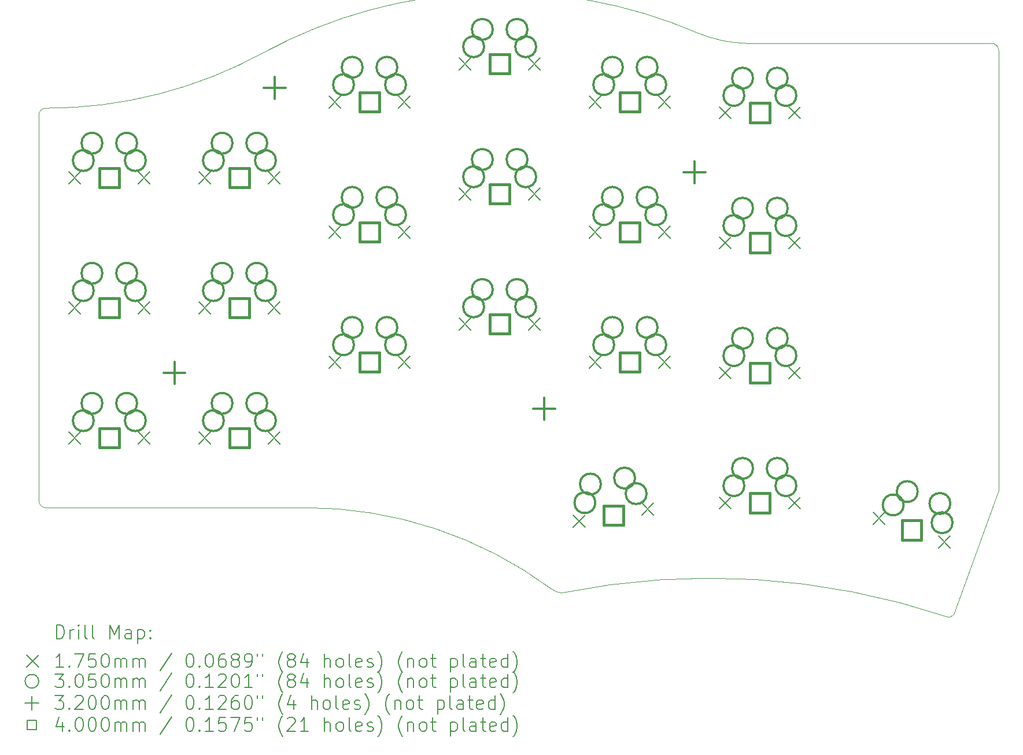
<source format=gbr>
%TF.GenerationSoftware,KiCad,Pcbnew,8.0.1*%
%TF.CreationDate,2024-04-05T15:47:02+03:00*%
%TF.ProjectId,dedekind,64656465-6b69-46e6-942e-6b696361645f,rev?*%
%TF.SameCoordinates,Original*%
%TF.FileFunction,Drillmap*%
%TF.FilePolarity,Positive*%
%FSLAX45Y45*%
G04 Gerber Fmt 4.5, Leading zero omitted, Abs format (unit mm)*
G04 Created by KiCad (PCBNEW 8.0.1) date 2024-04-05 15:47:02*
%MOMM*%
%LPD*%
G01*
G04 APERTURE LIST*
%ADD10C,0.050000*%
%ADD11C,0.200000*%
%ADD12C,0.175000*%
%ADD13C,0.305000*%
%ADD14C,0.320000*%
%ADD15C,0.400000*%
G04 APERTURE END LIST*
D10*
X11000000Y-5780000D02*
G75*
G02*
X7800000Y-6600000I-3191850J5802100D01*
G01*
X18050000Y-5650000D02*
G75*
G02*
X17350001Y-5499999I63590J2005070D01*
G01*
X7800000Y-12450000D02*
G75*
G02*
X7700000Y-12350000I0J100000D01*
G01*
X21090779Y-14018853D02*
G75*
G02*
X21000000Y-14050000I-65779J43853D01*
G01*
X15350000Y-13700000D02*
G75*
G02*
X21000000Y-14050001I2171890J-10718040D01*
G01*
X15350000Y-13700000D02*
G75*
G02*
X15205917Y-13642029I33310J290830D01*
G01*
X7800000Y-12450000D02*
X11600000Y-12450000D01*
X21090779Y-14018853D02*
X21750000Y-12195000D01*
X11600000Y-12450000D02*
G75*
G02*
X15205916Y-13642030I0J-6050000D01*
G01*
X21650000Y-5650000D02*
G75*
G02*
X21750000Y-5750000I0J-100000D01*
G01*
X7700000Y-6700000D02*
G75*
G02*
X7800000Y-6600000I100000J0D01*
G01*
X21750000Y-5750000D02*
X21750000Y-12195000D01*
X7700000Y-6700000D02*
X7700000Y-12350000D01*
X18050000Y-5650000D02*
X21650000Y-5650000D01*
X11000000Y-5780000D02*
G75*
G02*
X17350000Y-5500000I3464036J-6414932D01*
G01*
D11*
D12*
X8135750Y-7532500D02*
X8310750Y-7707500D01*
X8310750Y-7532500D02*
X8135750Y-7707500D01*
X8135750Y-7532500D02*
X8310750Y-7707500D01*
X8310750Y-7532500D02*
X8135750Y-7707500D01*
X8135750Y-9437500D02*
X8310750Y-9612500D01*
X8310750Y-9437500D02*
X8135750Y-9612500D01*
X8135750Y-9437500D02*
X8310750Y-9612500D01*
X8310750Y-9437500D02*
X8135750Y-9612500D01*
X8135750Y-11342500D02*
X8310750Y-11517500D01*
X8310750Y-11342500D02*
X8135750Y-11517500D01*
X8135750Y-11342500D02*
X8310750Y-11517500D01*
X8310750Y-11342500D02*
X8135750Y-11517500D01*
X9151750Y-7532500D02*
X9326750Y-7707500D01*
X9326750Y-7532500D02*
X9151750Y-7707500D01*
X9151750Y-7532500D02*
X9326750Y-7707500D01*
X9326750Y-7532500D02*
X9151750Y-7707500D01*
X9151750Y-9437500D02*
X9326750Y-9612500D01*
X9326750Y-9437500D02*
X9151750Y-9612500D01*
X9151750Y-9437500D02*
X9326750Y-9612500D01*
X9326750Y-9437500D02*
X9151750Y-9612500D01*
X9151750Y-11342500D02*
X9326750Y-11517500D01*
X9326750Y-11342500D02*
X9151750Y-11517500D01*
X9151750Y-11342500D02*
X9326750Y-11517500D01*
X9326750Y-11342500D02*
X9151750Y-11517500D01*
X10040750Y-7532500D02*
X10215750Y-7707500D01*
X10215750Y-7532500D02*
X10040750Y-7707500D01*
X10040750Y-7532500D02*
X10215750Y-7707500D01*
X10215750Y-7532500D02*
X10040750Y-7707500D01*
X10040750Y-9437500D02*
X10215750Y-9612500D01*
X10215750Y-9437500D02*
X10040750Y-9612500D01*
X10040750Y-9437500D02*
X10215750Y-9612500D01*
X10215750Y-9437500D02*
X10040750Y-9612500D01*
X10040750Y-11342500D02*
X10215750Y-11517500D01*
X10215750Y-11342500D02*
X10040750Y-11517500D01*
X10040750Y-11342500D02*
X10215750Y-11517500D01*
X10215750Y-11342500D02*
X10040750Y-11517500D01*
X11056750Y-7532500D02*
X11231750Y-7707500D01*
X11231750Y-7532500D02*
X11056750Y-7707500D01*
X11056750Y-7532500D02*
X11231750Y-7707500D01*
X11231750Y-7532500D02*
X11056750Y-7707500D01*
X11056750Y-9437500D02*
X11231750Y-9612500D01*
X11231750Y-9437500D02*
X11056750Y-9612500D01*
X11056750Y-9437500D02*
X11231750Y-9612500D01*
X11231750Y-9437500D02*
X11056750Y-9612500D01*
X11056750Y-11342500D02*
X11231750Y-11517500D01*
X11231750Y-11342500D02*
X11056750Y-11517500D01*
X11056750Y-11342500D02*
X11231750Y-11517500D01*
X11231750Y-11342500D02*
X11056750Y-11517500D01*
X11945750Y-6421250D02*
X12120750Y-6596250D01*
X12120750Y-6421250D02*
X11945750Y-6596250D01*
X11945750Y-6421250D02*
X12120750Y-6596250D01*
X12120750Y-6421250D02*
X11945750Y-6596250D01*
X11945750Y-8326250D02*
X12120750Y-8501250D01*
X12120750Y-8326250D02*
X11945750Y-8501250D01*
X11945750Y-8326250D02*
X12120750Y-8501250D01*
X12120750Y-8326250D02*
X11945750Y-8501250D01*
X11945750Y-10231250D02*
X12120750Y-10406250D01*
X12120750Y-10231250D02*
X11945750Y-10406250D01*
X11945750Y-10231250D02*
X12120750Y-10406250D01*
X12120750Y-10231250D02*
X11945750Y-10406250D01*
X12961750Y-6421250D02*
X13136750Y-6596250D01*
X13136750Y-6421250D02*
X12961750Y-6596250D01*
X12961750Y-6421250D02*
X13136750Y-6596250D01*
X13136750Y-6421250D02*
X12961750Y-6596250D01*
X12961750Y-8326250D02*
X13136750Y-8501250D01*
X13136750Y-8326250D02*
X12961750Y-8501250D01*
X12961750Y-8326250D02*
X13136750Y-8501250D01*
X13136750Y-8326250D02*
X12961750Y-8501250D01*
X12961750Y-10231250D02*
X13136750Y-10406250D01*
X13136750Y-10231250D02*
X12961750Y-10406250D01*
X12961750Y-10231250D02*
X13136750Y-10406250D01*
X13136750Y-10231250D02*
X12961750Y-10406250D01*
X13850750Y-5865625D02*
X14025750Y-6040625D01*
X14025750Y-5865625D02*
X13850750Y-6040625D01*
X13850750Y-5865625D02*
X14025750Y-6040625D01*
X14025750Y-5865625D02*
X13850750Y-6040625D01*
X13850750Y-7770625D02*
X14025750Y-7945625D01*
X14025750Y-7770625D02*
X13850750Y-7945625D01*
X13850750Y-7770625D02*
X14025750Y-7945625D01*
X14025750Y-7770625D02*
X13850750Y-7945625D01*
X13850750Y-9675625D02*
X14025750Y-9850625D01*
X14025750Y-9675625D02*
X13850750Y-9850625D01*
X13850750Y-9675625D02*
X14025750Y-9850625D01*
X14025750Y-9675625D02*
X13850750Y-9850625D01*
X14866750Y-5865625D02*
X15041750Y-6040625D01*
X15041750Y-5865625D02*
X14866750Y-6040625D01*
X14866750Y-5865625D02*
X15041750Y-6040625D01*
X15041750Y-5865625D02*
X14866750Y-6040625D01*
X14866750Y-7770625D02*
X15041750Y-7945625D01*
X15041750Y-7770625D02*
X14866750Y-7945625D01*
X14866750Y-7770625D02*
X15041750Y-7945625D01*
X15041750Y-7770625D02*
X14866750Y-7945625D01*
X14866750Y-9675625D02*
X15041750Y-9850625D01*
X15041750Y-9675625D02*
X14866750Y-9850625D01*
X14866750Y-9675625D02*
X15041750Y-9850625D01*
X15041750Y-9675625D02*
X14866750Y-9850625D01*
X15525343Y-12561713D02*
X15700343Y-12736713D01*
X15700343Y-12561713D02*
X15525343Y-12736713D01*
X15525343Y-12561713D02*
X15700343Y-12736713D01*
X15700343Y-12561713D02*
X15525343Y-12736713D01*
X15755750Y-6421250D02*
X15930750Y-6596250D01*
X15930750Y-6421250D02*
X15755750Y-6596250D01*
X15755750Y-6421250D02*
X15930750Y-6596250D01*
X15930750Y-6421250D02*
X15755750Y-6596250D01*
X15755750Y-8326250D02*
X15930750Y-8501250D01*
X15930750Y-8326250D02*
X15755750Y-8501250D01*
X15755750Y-8326250D02*
X15930750Y-8501250D01*
X15930750Y-8326250D02*
X15755750Y-8501250D01*
X15755750Y-10231250D02*
X15930750Y-10406250D01*
X15930750Y-10231250D02*
X15755750Y-10406250D01*
X15755750Y-10231250D02*
X15930750Y-10406250D01*
X15930750Y-10231250D02*
X15755750Y-10406250D01*
X16525907Y-12385287D02*
X16700907Y-12560287D01*
X16700907Y-12385287D02*
X16525907Y-12560287D01*
X16525907Y-12385287D02*
X16700907Y-12560287D01*
X16700907Y-12385287D02*
X16525907Y-12560287D01*
X16771750Y-6421250D02*
X16946750Y-6596250D01*
X16946750Y-6421250D02*
X16771750Y-6596250D01*
X16771750Y-6421250D02*
X16946750Y-6596250D01*
X16946750Y-6421250D02*
X16771750Y-6596250D01*
X16771750Y-8326250D02*
X16946750Y-8501250D01*
X16946750Y-8326250D02*
X16771750Y-8501250D01*
X16771750Y-8326250D02*
X16946750Y-8501250D01*
X16946750Y-8326250D02*
X16771750Y-8501250D01*
X16771750Y-10231250D02*
X16946750Y-10406250D01*
X16946750Y-10231250D02*
X16771750Y-10406250D01*
X16771750Y-10231250D02*
X16946750Y-10406250D01*
X16946750Y-10231250D02*
X16771750Y-10406250D01*
X17660750Y-6580000D02*
X17835750Y-6755000D01*
X17835750Y-6580000D02*
X17660750Y-6755000D01*
X17660750Y-6580000D02*
X17835750Y-6755000D01*
X17835750Y-6580000D02*
X17660750Y-6755000D01*
X17660750Y-8485000D02*
X17835750Y-8660000D01*
X17835750Y-8485000D02*
X17660750Y-8660000D01*
X17660750Y-8485000D02*
X17835750Y-8660000D01*
X17835750Y-8485000D02*
X17660750Y-8660000D01*
X17660750Y-10390000D02*
X17835750Y-10565000D01*
X17835750Y-10390000D02*
X17660750Y-10565000D01*
X17660750Y-10390000D02*
X17835750Y-10565000D01*
X17835750Y-10390000D02*
X17660750Y-10565000D01*
X17660750Y-12295000D02*
X17835750Y-12470000D01*
X17835750Y-12295000D02*
X17660750Y-12470000D01*
X17660750Y-12295000D02*
X17835750Y-12470000D01*
X17835750Y-12295000D02*
X17660750Y-12470000D01*
X18676750Y-6580000D02*
X18851750Y-6755000D01*
X18851750Y-6580000D02*
X18676750Y-6755000D01*
X18676750Y-6580000D02*
X18851750Y-6755000D01*
X18851750Y-6580000D02*
X18676750Y-6755000D01*
X18676750Y-8485000D02*
X18851750Y-8660000D01*
X18851750Y-8485000D02*
X18676750Y-8660000D01*
X18676750Y-8485000D02*
X18851750Y-8660000D01*
X18851750Y-8485000D02*
X18676750Y-8660000D01*
X18676750Y-10390000D02*
X18851750Y-10565000D01*
X18851750Y-10390000D02*
X18676750Y-10565000D01*
X18676750Y-10390000D02*
X18851750Y-10565000D01*
X18851750Y-10390000D02*
X18676750Y-10565000D01*
X18676750Y-12295000D02*
X18851750Y-12470000D01*
X18851750Y-12295000D02*
X18676750Y-12470000D01*
X18676750Y-12295000D02*
X18851750Y-12470000D01*
X18851750Y-12295000D02*
X18676750Y-12470000D01*
X19913886Y-12518129D02*
X20088886Y-12693129D01*
X20088886Y-12518129D02*
X19913886Y-12693129D01*
X19913886Y-12518129D02*
X20088886Y-12693129D01*
X20088886Y-12518129D02*
X19913886Y-12693129D01*
X20868614Y-12865621D02*
X21043614Y-13040621D01*
X21043614Y-12865621D02*
X20868614Y-13040621D01*
X20868614Y-12865621D02*
X21043614Y-13040621D01*
X21043614Y-12865621D02*
X20868614Y-13040621D01*
D13*
X8502750Y-7366000D02*
G75*
G02*
X8197750Y-7366000I-152500J0D01*
G01*
X8197750Y-7366000D02*
G75*
G02*
X8502750Y-7366000I152500J0D01*
G01*
X8502750Y-9271000D02*
G75*
G02*
X8197750Y-9271000I-152500J0D01*
G01*
X8197750Y-9271000D02*
G75*
G02*
X8502750Y-9271000I152500J0D01*
G01*
X8502750Y-11176000D02*
G75*
G02*
X8197750Y-11176000I-152500J0D01*
G01*
X8197750Y-11176000D02*
G75*
G02*
X8502750Y-11176000I152500J0D01*
G01*
X8629750Y-7112000D02*
G75*
G02*
X8324750Y-7112000I-152500J0D01*
G01*
X8324750Y-7112000D02*
G75*
G02*
X8629750Y-7112000I152500J0D01*
G01*
X8629750Y-9017000D02*
G75*
G02*
X8324750Y-9017000I-152500J0D01*
G01*
X8324750Y-9017000D02*
G75*
G02*
X8629750Y-9017000I152500J0D01*
G01*
X8629750Y-10922000D02*
G75*
G02*
X8324750Y-10922000I-152500J0D01*
G01*
X8324750Y-10922000D02*
G75*
G02*
X8629750Y-10922000I152500J0D01*
G01*
X9137750Y-7112000D02*
G75*
G02*
X8832750Y-7112000I-152500J0D01*
G01*
X8832750Y-7112000D02*
G75*
G02*
X9137750Y-7112000I152500J0D01*
G01*
X9137750Y-9017000D02*
G75*
G02*
X8832750Y-9017000I-152500J0D01*
G01*
X8832750Y-9017000D02*
G75*
G02*
X9137750Y-9017000I152500J0D01*
G01*
X9137750Y-10922000D02*
G75*
G02*
X8832750Y-10922000I-152500J0D01*
G01*
X8832750Y-10922000D02*
G75*
G02*
X9137750Y-10922000I152500J0D01*
G01*
X9264750Y-7366000D02*
G75*
G02*
X8959750Y-7366000I-152500J0D01*
G01*
X8959750Y-7366000D02*
G75*
G02*
X9264750Y-7366000I152500J0D01*
G01*
X9264750Y-9271000D02*
G75*
G02*
X8959750Y-9271000I-152500J0D01*
G01*
X8959750Y-9271000D02*
G75*
G02*
X9264750Y-9271000I152500J0D01*
G01*
X9264750Y-11176000D02*
G75*
G02*
X8959750Y-11176000I-152500J0D01*
G01*
X8959750Y-11176000D02*
G75*
G02*
X9264750Y-11176000I152500J0D01*
G01*
X10407750Y-7366000D02*
G75*
G02*
X10102750Y-7366000I-152500J0D01*
G01*
X10102750Y-7366000D02*
G75*
G02*
X10407750Y-7366000I152500J0D01*
G01*
X10407750Y-9271000D02*
G75*
G02*
X10102750Y-9271000I-152500J0D01*
G01*
X10102750Y-9271000D02*
G75*
G02*
X10407750Y-9271000I152500J0D01*
G01*
X10407750Y-11176000D02*
G75*
G02*
X10102750Y-11176000I-152500J0D01*
G01*
X10102750Y-11176000D02*
G75*
G02*
X10407750Y-11176000I152500J0D01*
G01*
X10534750Y-7112000D02*
G75*
G02*
X10229750Y-7112000I-152500J0D01*
G01*
X10229750Y-7112000D02*
G75*
G02*
X10534750Y-7112000I152500J0D01*
G01*
X10534750Y-9017000D02*
G75*
G02*
X10229750Y-9017000I-152500J0D01*
G01*
X10229750Y-9017000D02*
G75*
G02*
X10534750Y-9017000I152500J0D01*
G01*
X10534750Y-10922000D02*
G75*
G02*
X10229750Y-10922000I-152500J0D01*
G01*
X10229750Y-10922000D02*
G75*
G02*
X10534750Y-10922000I152500J0D01*
G01*
X11042750Y-7112000D02*
G75*
G02*
X10737750Y-7112000I-152500J0D01*
G01*
X10737750Y-7112000D02*
G75*
G02*
X11042750Y-7112000I152500J0D01*
G01*
X11042750Y-9017000D02*
G75*
G02*
X10737750Y-9017000I-152500J0D01*
G01*
X10737750Y-9017000D02*
G75*
G02*
X11042750Y-9017000I152500J0D01*
G01*
X11042750Y-10922000D02*
G75*
G02*
X10737750Y-10922000I-152500J0D01*
G01*
X10737750Y-10922000D02*
G75*
G02*
X11042750Y-10922000I152500J0D01*
G01*
X11169750Y-7366000D02*
G75*
G02*
X10864750Y-7366000I-152500J0D01*
G01*
X10864750Y-7366000D02*
G75*
G02*
X11169750Y-7366000I152500J0D01*
G01*
X11169750Y-9271000D02*
G75*
G02*
X10864750Y-9271000I-152500J0D01*
G01*
X10864750Y-9271000D02*
G75*
G02*
X11169750Y-9271000I152500J0D01*
G01*
X11169750Y-11176000D02*
G75*
G02*
X10864750Y-11176000I-152500J0D01*
G01*
X10864750Y-11176000D02*
G75*
G02*
X11169750Y-11176000I152500J0D01*
G01*
X12312750Y-6254750D02*
G75*
G02*
X12007750Y-6254750I-152500J0D01*
G01*
X12007750Y-6254750D02*
G75*
G02*
X12312750Y-6254750I152500J0D01*
G01*
X12312750Y-8159750D02*
G75*
G02*
X12007750Y-8159750I-152500J0D01*
G01*
X12007750Y-8159750D02*
G75*
G02*
X12312750Y-8159750I152500J0D01*
G01*
X12312750Y-10064750D02*
G75*
G02*
X12007750Y-10064750I-152500J0D01*
G01*
X12007750Y-10064750D02*
G75*
G02*
X12312750Y-10064750I152500J0D01*
G01*
X12439750Y-6000750D02*
G75*
G02*
X12134750Y-6000750I-152500J0D01*
G01*
X12134750Y-6000750D02*
G75*
G02*
X12439750Y-6000750I152500J0D01*
G01*
X12439750Y-7905750D02*
G75*
G02*
X12134750Y-7905750I-152500J0D01*
G01*
X12134750Y-7905750D02*
G75*
G02*
X12439750Y-7905750I152500J0D01*
G01*
X12439750Y-9810750D02*
G75*
G02*
X12134750Y-9810750I-152500J0D01*
G01*
X12134750Y-9810750D02*
G75*
G02*
X12439750Y-9810750I152500J0D01*
G01*
X12947750Y-6000750D02*
G75*
G02*
X12642750Y-6000750I-152500J0D01*
G01*
X12642750Y-6000750D02*
G75*
G02*
X12947750Y-6000750I152500J0D01*
G01*
X12947750Y-7905750D02*
G75*
G02*
X12642750Y-7905750I-152500J0D01*
G01*
X12642750Y-7905750D02*
G75*
G02*
X12947750Y-7905750I152500J0D01*
G01*
X12947750Y-9810750D02*
G75*
G02*
X12642750Y-9810750I-152500J0D01*
G01*
X12642750Y-9810750D02*
G75*
G02*
X12947750Y-9810750I152500J0D01*
G01*
X13074750Y-6254750D02*
G75*
G02*
X12769750Y-6254750I-152500J0D01*
G01*
X12769750Y-6254750D02*
G75*
G02*
X13074750Y-6254750I152500J0D01*
G01*
X13074750Y-8159750D02*
G75*
G02*
X12769750Y-8159750I-152500J0D01*
G01*
X12769750Y-8159750D02*
G75*
G02*
X13074750Y-8159750I152500J0D01*
G01*
X13074750Y-10064750D02*
G75*
G02*
X12769750Y-10064750I-152500J0D01*
G01*
X12769750Y-10064750D02*
G75*
G02*
X13074750Y-10064750I152500J0D01*
G01*
X14217750Y-5699125D02*
G75*
G02*
X13912750Y-5699125I-152500J0D01*
G01*
X13912750Y-5699125D02*
G75*
G02*
X14217750Y-5699125I152500J0D01*
G01*
X14217750Y-7604125D02*
G75*
G02*
X13912750Y-7604125I-152500J0D01*
G01*
X13912750Y-7604125D02*
G75*
G02*
X14217750Y-7604125I152500J0D01*
G01*
X14217750Y-9509125D02*
G75*
G02*
X13912750Y-9509125I-152500J0D01*
G01*
X13912750Y-9509125D02*
G75*
G02*
X14217750Y-9509125I152500J0D01*
G01*
X14344750Y-5445125D02*
G75*
G02*
X14039750Y-5445125I-152500J0D01*
G01*
X14039750Y-5445125D02*
G75*
G02*
X14344750Y-5445125I152500J0D01*
G01*
X14344750Y-7350125D02*
G75*
G02*
X14039750Y-7350125I-152500J0D01*
G01*
X14039750Y-7350125D02*
G75*
G02*
X14344750Y-7350125I152500J0D01*
G01*
X14344750Y-9255125D02*
G75*
G02*
X14039750Y-9255125I-152500J0D01*
G01*
X14039750Y-9255125D02*
G75*
G02*
X14344750Y-9255125I152500J0D01*
G01*
X14852750Y-5445125D02*
G75*
G02*
X14547750Y-5445125I-152500J0D01*
G01*
X14547750Y-5445125D02*
G75*
G02*
X14852750Y-5445125I152500J0D01*
G01*
X14852750Y-7350125D02*
G75*
G02*
X14547750Y-7350125I-152500J0D01*
G01*
X14547750Y-7350125D02*
G75*
G02*
X14852750Y-7350125I152500J0D01*
G01*
X14852750Y-9255125D02*
G75*
G02*
X14547750Y-9255125I-152500J0D01*
G01*
X14547750Y-9255125D02*
G75*
G02*
X14852750Y-9255125I152500J0D01*
G01*
X14979750Y-5699125D02*
G75*
G02*
X14674750Y-5699125I-152500J0D01*
G01*
X14674750Y-5699125D02*
G75*
G02*
X14979750Y-5699125I152500J0D01*
G01*
X14979750Y-7604125D02*
G75*
G02*
X14674750Y-7604125I-152500J0D01*
G01*
X14674750Y-7604125D02*
G75*
G02*
X14979750Y-7604125I152500J0D01*
G01*
X14979750Y-9509125D02*
G75*
G02*
X14674750Y-9509125I-152500J0D01*
G01*
X14674750Y-9509125D02*
G75*
G02*
X14979750Y-9509125I152500J0D01*
G01*
X15846307Y-12377019D02*
G75*
G02*
X15541307Y-12377019I-152500J0D01*
G01*
X15541307Y-12377019D02*
G75*
G02*
X15846307Y-12377019I152500J0D01*
G01*
X15927271Y-12104824D02*
G75*
G02*
X15622271Y-12104824I-152500J0D01*
G01*
X15622271Y-12104824D02*
G75*
G02*
X15927271Y-12104824I152500J0D01*
G01*
X16122750Y-6254750D02*
G75*
G02*
X15817750Y-6254750I-152500J0D01*
G01*
X15817750Y-6254750D02*
G75*
G02*
X16122750Y-6254750I152500J0D01*
G01*
X16122750Y-8159750D02*
G75*
G02*
X15817750Y-8159750I-152500J0D01*
G01*
X15817750Y-8159750D02*
G75*
G02*
X16122750Y-8159750I152500J0D01*
G01*
X16122750Y-10064750D02*
G75*
G02*
X15817750Y-10064750I-152500J0D01*
G01*
X15817750Y-10064750D02*
G75*
G02*
X16122750Y-10064750I152500J0D01*
G01*
X16249750Y-6000750D02*
G75*
G02*
X15944750Y-6000750I-152500J0D01*
G01*
X15944750Y-6000750D02*
G75*
G02*
X16249750Y-6000750I152500J0D01*
G01*
X16249750Y-7905750D02*
G75*
G02*
X15944750Y-7905750I-152500J0D01*
G01*
X15944750Y-7905750D02*
G75*
G02*
X16249750Y-7905750I152500J0D01*
G01*
X16249750Y-9810750D02*
G75*
G02*
X15944750Y-9810750I-152500J0D01*
G01*
X15944750Y-9810750D02*
G75*
G02*
X16249750Y-9810750I152500J0D01*
G01*
X16427553Y-12016611D02*
G75*
G02*
X16122553Y-12016611I-152500J0D01*
G01*
X16122553Y-12016611D02*
G75*
G02*
X16427553Y-12016611I152500J0D01*
G01*
X16596730Y-12244699D02*
G75*
G02*
X16291730Y-12244699I-152500J0D01*
G01*
X16291730Y-12244699D02*
G75*
G02*
X16596730Y-12244699I152500J0D01*
G01*
X16757750Y-6000750D02*
G75*
G02*
X16452750Y-6000750I-152500J0D01*
G01*
X16452750Y-6000750D02*
G75*
G02*
X16757750Y-6000750I152500J0D01*
G01*
X16757750Y-7905750D02*
G75*
G02*
X16452750Y-7905750I-152500J0D01*
G01*
X16452750Y-7905750D02*
G75*
G02*
X16757750Y-7905750I152500J0D01*
G01*
X16757750Y-9810750D02*
G75*
G02*
X16452750Y-9810750I-152500J0D01*
G01*
X16452750Y-9810750D02*
G75*
G02*
X16757750Y-9810750I152500J0D01*
G01*
X16884750Y-6254750D02*
G75*
G02*
X16579750Y-6254750I-152500J0D01*
G01*
X16579750Y-6254750D02*
G75*
G02*
X16884750Y-6254750I152500J0D01*
G01*
X16884750Y-8159750D02*
G75*
G02*
X16579750Y-8159750I-152500J0D01*
G01*
X16579750Y-8159750D02*
G75*
G02*
X16884750Y-8159750I152500J0D01*
G01*
X16884750Y-10064750D02*
G75*
G02*
X16579750Y-10064750I-152500J0D01*
G01*
X16579750Y-10064750D02*
G75*
G02*
X16884750Y-10064750I152500J0D01*
G01*
X18027750Y-6413500D02*
G75*
G02*
X17722750Y-6413500I-152500J0D01*
G01*
X17722750Y-6413500D02*
G75*
G02*
X18027750Y-6413500I152500J0D01*
G01*
X18027750Y-8318500D02*
G75*
G02*
X17722750Y-8318500I-152500J0D01*
G01*
X17722750Y-8318500D02*
G75*
G02*
X18027750Y-8318500I152500J0D01*
G01*
X18027750Y-10223500D02*
G75*
G02*
X17722750Y-10223500I-152500J0D01*
G01*
X17722750Y-10223500D02*
G75*
G02*
X18027750Y-10223500I152500J0D01*
G01*
X18027750Y-12128500D02*
G75*
G02*
X17722750Y-12128500I-152500J0D01*
G01*
X17722750Y-12128500D02*
G75*
G02*
X18027750Y-12128500I152500J0D01*
G01*
X18154750Y-6159500D02*
G75*
G02*
X17849750Y-6159500I-152500J0D01*
G01*
X17849750Y-6159500D02*
G75*
G02*
X18154750Y-6159500I152500J0D01*
G01*
X18154750Y-8064500D02*
G75*
G02*
X17849750Y-8064500I-152500J0D01*
G01*
X17849750Y-8064500D02*
G75*
G02*
X18154750Y-8064500I152500J0D01*
G01*
X18154750Y-9969500D02*
G75*
G02*
X17849750Y-9969500I-152500J0D01*
G01*
X17849750Y-9969500D02*
G75*
G02*
X18154750Y-9969500I152500J0D01*
G01*
X18154750Y-11874500D02*
G75*
G02*
X17849750Y-11874500I-152500J0D01*
G01*
X17849750Y-11874500D02*
G75*
G02*
X18154750Y-11874500I152500J0D01*
G01*
X18662750Y-6159500D02*
G75*
G02*
X18357750Y-6159500I-152500J0D01*
G01*
X18357750Y-6159500D02*
G75*
G02*
X18662750Y-6159500I152500J0D01*
G01*
X18662750Y-8064500D02*
G75*
G02*
X18357750Y-8064500I-152500J0D01*
G01*
X18357750Y-8064500D02*
G75*
G02*
X18662750Y-8064500I152500J0D01*
G01*
X18662750Y-9969500D02*
G75*
G02*
X18357750Y-9969500I-152500J0D01*
G01*
X18357750Y-9969500D02*
G75*
G02*
X18662750Y-9969500I152500J0D01*
G01*
X18662750Y-11874500D02*
G75*
G02*
X18357750Y-11874500I-152500J0D01*
G01*
X18357750Y-11874500D02*
G75*
G02*
X18662750Y-11874500I152500J0D01*
G01*
X18789750Y-6413500D02*
G75*
G02*
X18484750Y-6413500I-152500J0D01*
G01*
X18484750Y-6413500D02*
G75*
G02*
X18789750Y-6413500I152500J0D01*
G01*
X18789750Y-8318500D02*
G75*
G02*
X18484750Y-8318500I-152500J0D01*
G01*
X18484750Y-8318500D02*
G75*
G02*
X18789750Y-8318500I152500J0D01*
G01*
X18789750Y-10223500D02*
G75*
G02*
X18484750Y-10223500I-152500J0D01*
G01*
X18484750Y-10223500D02*
G75*
G02*
X18789750Y-10223500I152500J0D01*
G01*
X18789750Y-12128500D02*
G75*
G02*
X18484750Y-12128500I-152500J0D01*
G01*
X18484750Y-12128500D02*
G75*
G02*
X18789750Y-12128500I152500J0D01*
G01*
X20360100Y-12410383D02*
G75*
G02*
X20055100Y-12410383I-152500J0D01*
G01*
X20055100Y-12410383D02*
G75*
G02*
X20360100Y-12410383I152500J0D01*
G01*
X20566314Y-12215138D02*
G75*
G02*
X20261314Y-12215138I-152500J0D01*
G01*
X20261314Y-12215138D02*
G75*
G02*
X20566314Y-12215138I152500J0D01*
G01*
X21043678Y-12388884D02*
G75*
G02*
X20738678Y-12388884I-152500J0D01*
G01*
X20738678Y-12388884D02*
G75*
G02*
X21043678Y-12388884I152500J0D01*
G01*
X21076146Y-12671003D02*
G75*
G02*
X20771146Y-12671003I-152500J0D01*
G01*
X20771146Y-12671003D02*
G75*
G02*
X21076146Y-12671003I152500J0D01*
G01*
D14*
X9683750Y-10317500D02*
X9683750Y-10637500D01*
X9523750Y-10477500D02*
X9843750Y-10477500D01*
X11150000Y-6140000D02*
X11150000Y-6460000D01*
X10990000Y-6300000D02*
X11310000Y-6300000D01*
X15100000Y-10840000D02*
X15100000Y-11160000D01*
X14940000Y-11000000D02*
X15260000Y-11000000D01*
X17300000Y-7380000D02*
X17300000Y-7700000D01*
X17140000Y-7540000D02*
X17460000Y-7540000D01*
D15*
X8872673Y-7761423D02*
X8872673Y-7478577D01*
X8589827Y-7478577D01*
X8589827Y-7761423D01*
X8872673Y-7761423D01*
X8872673Y-9666423D02*
X8872673Y-9383577D01*
X8589827Y-9383577D01*
X8589827Y-9666423D01*
X8872673Y-9666423D01*
X8872673Y-11571423D02*
X8872673Y-11288577D01*
X8589827Y-11288577D01*
X8589827Y-11571423D01*
X8872673Y-11571423D01*
X10777673Y-7761423D02*
X10777673Y-7478577D01*
X10494827Y-7478577D01*
X10494827Y-7761423D01*
X10777673Y-7761423D01*
X10777673Y-9666423D02*
X10777673Y-9383577D01*
X10494827Y-9383577D01*
X10494827Y-9666423D01*
X10777673Y-9666423D01*
X10777673Y-11571423D02*
X10777673Y-11288577D01*
X10494827Y-11288577D01*
X10494827Y-11571423D01*
X10777673Y-11571423D01*
X12682673Y-6650173D02*
X12682673Y-6367327D01*
X12399827Y-6367327D01*
X12399827Y-6650173D01*
X12682673Y-6650173D01*
X12682673Y-8555173D02*
X12682673Y-8272327D01*
X12399827Y-8272327D01*
X12399827Y-8555173D01*
X12682673Y-8555173D01*
X12682673Y-10460173D02*
X12682673Y-10177327D01*
X12399827Y-10177327D01*
X12399827Y-10460173D01*
X12682673Y-10460173D01*
X14587673Y-6094548D02*
X14587673Y-5811702D01*
X14304827Y-5811702D01*
X14304827Y-6094548D01*
X14587673Y-6094548D01*
X14587673Y-7999548D02*
X14587673Y-7716702D01*
X14304827Y-7716702D01*
X14304827Y-7999548D01*
X14587673Y-7999548D01*
X14587673Y-9904548D02*
X14587673Y-9621702D01*
X14304827Y-9621702D01*
X14304827Y-9904548D01*
X14587673Y-9904548D01*
X16254548Y-12702423D02*
X16254548Y-12419577D01*
X15971702Y-12419577D01*
X15971702Y-12702423D01*
X16254548Y-12702423D01*
X16492673Y-6650173D02*
X16492673Y-6367327D01*
X16209827Y-6367327D01*
X16209827Y-6650173D01*
X16492673Y-6650173D01*
X16492673Y-8555173D02*
X16492673Y-8272327D01*
X16209827Y-8272327D01*
X16209827Y-8555173D01*
X16492673Y-8555173D01*
X16492673Y-10460173D02*
X16492673Y-10177327D01*
X16209827Y-10177327D01*
X16209827Y-10460173D01*
X16492673Y-10460173D01*
X18397673Y-6808923D02*
X18397673Y-6526077D01*
X18114827Y-6526077D01*
X18114827Y-6808923D01*
X18397673Y-6808923D01*
X18397673Y-8713923D02*
X18397673Y-8431077D01*
X18114827Y-8431077D01*
X18114827Y-8713923D01*
X18397673Y-8713923D01*
X18397673Y-10618923D02*
X18397673Y-10336077D01*
X18114827Y-10336077D01*
X18114827Y-10618923D01*
X18397673Y-10618923D01*
X18397673Y-12523923D02*
X18397673Y-12241077D01*
X18114827Y-12241077D01*
X18114827Y-12523923D01*
X18397673Y-12523923D01*
X20620173Y-12920798D02*
X20620173Y-12637952D01*
X20337327Y-12637952D01*
X20337327Y-12920798D01*
X20620173Y-12920798D01*
D11*
X7958277Y-14368041D02*
X7958277Y-14168041D01*
X7958277Y-14168041D02*
X8005896Y-14168041D01*
X8005896Y-14168041D02*
X8034467Y-14177564D01*
X8034467Y-14177564D02*
X8053515Y-14196612D01*
X8053515Y-14196612D02*
X8063039Y-14215660D01*
X8063039Y-14215660D02*
X8072562Y-14253755D01*
X8072562Y-14253755D02*
X8072562Y-14282326D01*
X8072562Y-14282326D02*
X8063039Y-14320422D01*
X8063039Y-14320422D02*
X8053515Y-14339469D01*
X8053515Y-14339469D02*
X8034467Y-14358517D01*
X8034467Y-14358517D02*
X8005896Y-14368041D01*
X8005896Y-14368041D02*
X7958277Y-14368041D01*
X8158277Y-14368041D02*
X8158277Y-14234707D01*
X8158277Y-14272803D02*
X8167801Y-14253755D01*
X8167801Y-14253755D02*
X8177324Y-14244231D01*
X8177324Y-14244231D02*
X8196372Y-14234707D01*
X8196372Y-14234707D02*
X8215420Y-14234707D01*
X8282086Y-14368041D02*
X8282086Y-14234707D01*
X8282086Y-14168041D02*
X8272562Y-14177564D01*
X8272562Y-14177564D02*
X8282086Y-14187088D01*
X8282086Y-14187088D02*
X8291610Y-14177564D01*
X8291610Y-14177564D02*
X8282086Y-14168041D01*
X8282086Y-14168041D02*
X8282086Y-14187088D01*
X8405896Y-14368041D02*
X8386848Y-14358517D01*
X8386848Y-14358517D02*
X8377324Y-14339469D01*
X8377324Y-14339469D02*
X8377324Y-14168041D01*
X8510658Y-14368041D02*
X8491610Y-14358517D01*
X8491610Y-14358517D02*
X8482086Y-14339469D01*
X8482086Y-14339469D02*
X8482086Y-14168041D01*
X8739229Y-14368041D02*
X8739229Y-14168041D01*
X8739229Y-14168041D02*
X8805896Y-14310898D01*
X8805896Y-14310898D02*
X8872563Y-14168041D01*
X8872563Y-14168041D02*
X8872563Y-14368041D01*
X9053515Y-14368041D02*
X9053515Y-14263279D01*
X9053515Y-14263279D02*
X9043991Y-14244231D01*
X9043991Y-14244231D02*
X9024944Y-14234707D01*
X9024944Y-14234707D02*
X8986848Y-14234707D01*
X8986848Y-14234707D02*
X8967801Y-14244231D01*
X9053515Y-14358517D02*
X9034467Y-14368041D01*
X9034467Y-14368041D02*
X8986848Y-14368041D01*
X8986848Y-14368041D02*
X8967801Y-14358517D01*
X8967801Y-14358517D02*
X8958277Y-14339469D01*
X8958277Y-14339469D02*
X8958277Y-14320422D01*
X8958277Y-14320422D02*
X8967801Y-14301374D01*
X8967801Y-14301374D02*
X8986848Y-14291850D01*
X8986848Y-14291850D02*
X9034467Y-14291850D01*
X9034467Y-14291850D02*
X9053515Y-14282326D01*
X9148753Y-14234707D02*
X9148753Y-14434707D01*
X9148753Y-14244231D02*
X9167801Y-14234707D01*
X9167801Y-14234707D02*
X9205896Y-14234707D01*
X9205896Y-14234707D02*
X9224944Y-14244231D01*
X9224944Y-14244231D02*
X9234467Y-14253755D01*
X9234467Y-14253755D02*
X9243991Y-14272803D01*
X9243991Y-14272803D02*
X9243991Y-14329945D01*
X9243991Y-14329945D02*
X9234467Y-14348993D01*
X9234467Y-14348993D02*
X9224944Y-14358517D01*
X9224944Y-14358517D02*
X9205896Y-14368041D01*
X9205896Y-14368041D02*
X9167801Y-14368041D01*
X9167801Y-14368041D02*
X9148753Y-14358517D01*
X9329705Y-14348993D02*
X9339229Y-14358517D01*
X9339229Y-14358517D02*
X9329705Y-14368041D01*
X9329705Y-14368041D02*
X9320182Y-14358517D01*
X9320182Y-14358517D02*
X9329705Y-14348993D01*
X9329705Y-14348993D02*
X9329705Y-14368041D01*
X9329705Y-14244231D02*
X9339229Y-14253755D01*
X9339229Y-14253755D02*
X9329705Y-14263279D01*
X9329705Y-14263279D02*
X9320182Y-14253755D01*
X9320182Y-14253755D02*
X9329705Y-14244231D01*
X9329705Y-14244231D02*
X9329705Y-14263279D01*
D12*
X7522500Y-14609057D02*
X7697500Y-14784057D01*
X7697500Y-14609057D02*
X7522500Y-14784057D01*
D11*
X8063039Y-14788041D02*
X7948753Y-14788041D01*
X8005896Y-14788041D02*
X8005896Y-14588041D01*
X8005896Y-14588041D02*
X7986848Y-14616612D01*
X7986848Y-14616612D02*
X7967801Y-14635660D01*
X7967801Y-14635660D02*
X7948753Y-14645183D01*
X8148753Y-14768993D02*
X8158277Y-14778517D01*
X8158277Y-14778517D02*
X8148753Y-14788041D01*
X8148753Y-14788041D02*
X8139229Y-14778517D01*
X8139229Y-14778517D02*
X8148753Y-14768993D01*
X8148753Y-14768993D02*
X8148753Y-14788041D01*
X8224943Y-14588041D02*
X8358277Y-14588041D01*
X8358277Y-14588041D02*
X8272562Y-14788041D01*
X8529705Y-14588041D02*
X8434467Y-14588041D01*
X8434467Y-14588041D02*
X8424944Y-14683279D01*
X8424944Y-14683279D02*
X8434467Y-14673755D01*
X8434467Y-14673755D02*
X8453515Y-14664231D01*
X8453515Y-14664231D02*
X8501134Y-14664231D01*
X8501134Y-14664231D02*
X8520182Y-14673755D01*
X8520182Y-14673755D02*
X8529705Y-14683279D01*
X8529705Y-14683279D02*
X8539229Y-14702326D01*
X8539229Y-14702326D02*
X8539229Y-14749945D01*
X8539229Y-14749945D02*
X8529705Y-14768993D01*
X8529705Y-14768993D02*
X8520182Y-14778517D01*
X8520182Y-14778517D02*
X8501134Y-14788041D01*
X8501134Y-14788041D02*
X8453515Y-14788041D01*
X8453515Y-14788041D02*
X8434467Y-14778517D01*
X8434467Y-14778517D02*
X8424944Y-14768993D01*
X8663039Y-14588041D02*
X8682086Y-14588041D01*
X8682086Y-14588041D02*
X8701134Y-14597564D01*
X8701134Y-14597564D02*
X8710658Y-14607088D01*
X8710658Y-14607088D02*
X8720182Y-14626136D01*
X8720182Y-14626136D02*
X8729705Y-14664231D01*
X8729705Y-14664231D02*
X8729705Y-14711850D01*
X8729705Y-14711850D02*
X8720182Y-14749945D01*
X8720182Y-14749945D02*
X8710658Y-14768993D01*
X8710658Y-14768993D02*
X8701134Y-14778517D01*
X8701134Y-14778517D02*
X8682086Y-14788041D01*
X8682086Y-14788041D02*
X8663039Y-14788041D01*
X8663039Y-14788041D02*
X8643991Y-14778517D01*
X8643991Y-14778517D02*
X8634467Y-14768993D01*
X8634467Y-14768993D02*
X8624944Y-14749945D01*
X8624944Y-14749945D02*
X8615420Y-14711850D01*
X8615420Y-14711850D02*
X8615420Y-14664231D01*
X8615420Y-14664231D02*
X8624944Y-14626136D01*
X8624944Y-14626136D02*
X8634467Y-14607088D01*
X8634467Y-14607088D02*
X8643991Y-14597564D01*
X8643991Y-14597564D02*
X8663039Y-14588041D01*
X8815420Y-14788041D02*
X8815420Y-14654707D01*
X8815420Y-14673755D02*
X8824944Y-14664231D01*
X8824944Y-14664231D02*
X8843991Y-14654707D01*
X8843991Y-14654707D02*
X8872563Y-14654707D01*
X8872563Y-14654707D02*
X8891610Y-14664231D01*
X8891610Y-14664231D02*
X8901134Y-14683279D01*
X8901134Y-14683279D02*
X8901134Y-14788041D01*
X8901134Y-14683279D02*
X8910658Y-14664231D01*
X8910658Y-14664231D02*
X8929705Y-14654707D01*
X8929705Y-14654707D02*
X8958277Y-14654707D01*
X8958277Y-14654707D02*
X8977325Y-14664231D01*
X8977325Y-14664231D02*
X8986848Y-14683279D01*
X8986848Y-14683279D02*
X8986848Y-14788041D01*
X9082086Y-14788041D02*
X9082086Y-14654707D01*
X9082086Y-14673755D02*
X9091610Y-14664231D01*
X9091610Y-14664231D02*
X9110658Y-14654707D01*
X9110658Y-14654707D02*
X9139229Y-14654707D01*
X9139229Y-14654707D02*
X9158277Y-14664231D01*
X9158277Y-14664231D02*
X9167801Y-14683279D01*
X9167801Y-14683279D02*
X9167801Y-14788041D01*
X9167801Y-14683279D02*
X9177325Y-14664231D01*
X9177325Y-14664231D02*
X9196372Y-14654707D01*
X9196372Y-14654707D02*
X9224944Y-14654707D01*
X9224944Y-14654707D02*
X9243991Y-14664231D01*
X9243991Y-14664231D02*
X9253515Y-14683279D01*
X9253515Y-14683279D02*
X9253515Y-14788041D01*
X9643991Y-14578517D02*
X9472563Y-14835660D01*
X9901134Y-14588041D02*
X9920182Y-14588041D01*
X9920182Y-14588041D02*
X9939229Y-14597564D01*
X9939229Y-14597564D02*
X9948753Y-14607088D01*
X9948753Y-14607088D02*
X9958277Y-14626136D01*
X9958277Y-14626136D02*
X9967801Y-14664231D01*
X9967801Y-14664231D02*
X9967801Y-14711850D01*
X9967801Y-14711850D02*
X9958277Y-14749945D01*
X9958277Y-14749945D02*
X9948753Y-14768993D01*
X9948753Y-14768993D02*
X9939229Y-14778517D01*
X9939229Y-14778517D02*
X9920182Y-14788041D01*
X9920182Y-14788041D02*
X9901134Y-14788041D01*
X9901134Y-14788041D02*
X9882087Y-14778517D01*
X9882087Y-14778517D02*
X9872563Y-14768993D01*
X9872563Y-14768993D02*
X9863039Y-14749945D01*
X9863039Y-14749945D02*
X9853515Y-14711850D01*
X9853515Y-14711850D02*
X9853515Y-14664231D01*
X9853515Y-14664231D02*
X9863039Y-14626136D01*
X9863039Y-14626136D02*
X9872563Y-14607088D01*
X9872563Y-14607088D02*
X9882087Y-14597564D01*
X9882087Y-14597564D02*
X9901134Y-14588041D01*
X10053515Y-14768993D02*
X10063039Y-14778517D01*
X10063039Y-14778517D02*
X10053515Y-14788041D01*
X10053515Y-14788041D02*
X10043991Y-14778517D01*
X10043991Y-14778517D02*
X10053515Y-14768993D01*
X10053515Y-14768993D02*
X10053515Y-14788041D01*
X10186848Y-14588041D02*
X10205896Y-14588041D01*
X10205896Y-14588041D02*
X10224944Y-14597564D01*
X10224944Y-14597564D02*
X10234468Y-14607088D01*
X10234468Y-14607088D02*
X10243991Y-14626136D01*
X10243991Y-14626136D02*
X10253515Y-14664231D01*
X10253515Y-14664231D02*
X10253515Y-14711850D01*
X10253515Y-14711850D02*
X10243991Y-14749945D01*
X10243991Y-14749945D02*
X10234468Y-14768993D01*
X10234468Y-14768993D02*
X10224944Y-14778517D01*
X10224944Y-14778517D02*
X10205896Y-14788041D01*
X10205896Y-14788041D02*
X10186848Y-14788041D01*
X10186848Y-14788041D02*
X10167801Y-14778517D01*
X10167801Y-14778517D02*
X10158277Y-14768993D01*
X10158277Y-14768993D02*
X10148753Y-14749945D01*
X10148753Y-14749945D02*
X10139229Y-14711850D01*
X10139229Y-14711850D02*
X10139229Y-14664231D01*
X10139229Y-14664231D02*
X10148753Y-14626136D01*
X10148753Y-14626136D02*
X10158277Y-14607088D01*
X10158277Y-14607088D02*
X10167801Y-14597564D01*
X10167801Y-14597564D02*
X10186848Y-14588041D01*
X10424944Y-14588041D02*
X10386848Y-14588041D01*
X10386848Y-14588041D02*
X10367801Y-14597564D01*
X10367801Y-14597564D02*
X10358277Y-14607088D01*
X10358277Y-14607088D02*
X10339229Y-14635660D01*
X10339229Y-14635660D02*
X10329706Y-14673755D01*
X10329706Y-14673755D02*
X10329706Y-14749945D01*
X10329706Y-14749945D02*
X10339229Y-14768993D01*
X10339229Y-14768993D02*
X10348753Y-14778517D01*
X10348753Y-14778517D02*
X10367801Y-14788041D01*
X10367801Y-14788041D02*
X10405896Y-14788041D01*
X10405896Y-14788041D02*
X10424944Y-14778517D01*
X10424944Y-14778517D02*
X10434468Y-14768993D01*
X10434468Y-14768993D02*
X10443991Y-14749945D01*
X10443991Y-14749945D02*
X10443991Y-14702326D01*
X10443991Y-14702326D02*
X10434468Y-14683279D01*
X10434468Y-14683279D02*
X10424944Y-14673755D01*
X10424944Y-14673755D02*
X10405896Y-14664231D01*
X10405896Y-14664231D02*
X10367801Y-14664231D01*
X10367801Y-14664231D02*
X10348753Y-14673755D01*
X10348753Y-14673755D02*
X10339229Y-14683279D01*
X10339229Y-14683279D02*
X10329706Y-14702326D01*
X10558277Y-14673755D02*
X10539229Y-14664231D01*
X10539229Y-14664231D02*
X10529706Y-14654707D01*
X10529706Y-14654707D02*
X10520182Y-14635660D01*
X10520182Y-14635660D02*
X10520182Y-14626136D01*
X10520182Y-14626136D02*
X10529706Y-14607088D01*
X10529706Y-14607088D02*
X10539229Y-14597564D01*
X10539229Y-14597564D02*
X10558277Y-14588041D01*
X10558277Y-14588041D02*
X10596372Y-14588041D01*
X10596372Y-14588041D02*
X10615420Y-14597564D01*
X10615420Y-14597564D02*
X10624944Y-14607088D01*
X10624944Y-14607088D02*
X10634468Y-14626136D01*
X10634468Y-14626136D02*
X10634468Y-14635660D01*
X10634468Y-14635660D02*
X10624944Y-14654707D01*
X10624944Y-14654707D02*
X10615420Y-14664231D01*
X10615420Y-14664231D02*
X10596372Y-14673755D01*
X10596372Y-14673755D02*
X10558277Y-14673755D01*
X10558277Y-14673755D02*
X10539229Y-14683279D01*
X10539229Y-14683279D02*
X10529706Y-14692803D01*
X10529706Y-14692803D02*
X10520182Y-14711850D01*
X10520182Y-14711850D02*
X10520182Y-14749945D01*
X10520182Y-14749945D02*
X10529706Y-14768993D01*
X10529706Y-14768993D02*
X10539229Y-14778517D01*
X10539229Y-14778517D02*
X10558277Y-14788041D01*
X10558277Y-14788041D02*
X10596372Y-14788041D01*
X10596372Y-14788041D02*
X10615420Y-14778517D01*
X10615420Y-14778517D02*
X10624944Y-14768993D01*
X10624944Y-14768993D02*
X10634468Y-14749945D01*
X10634468Y-14749945D02*
X10634468Y-14711850D01*
X10634468Y-14711850D02*
X10624944Y-14692803D01*
X10624944Y-14692803D02*
X10615420Y-14683279D01*
X10615420Y-14683279D02*
X10596372Y-14673755D01*
X10729706Y-14788041D02*
X10767801Y-14788041D01*
X10767801Y-14788041D02*
X10786849Y-14778517D01*
X10786849Y-14778517D02*
X10796372Y-14768993D01*
X10796372Y-14768993D02*
X10815420Y-14740422D01*
X10815420Y-14740422D02*
X10824944Y-14702326D01*
X10824944Y-14702326D02*
X10824944Y-14626136D01*
X10824944Y-14626136D02*
X10815420Y-14607088D01*
X10815420Y-14607088D02*
X10805896Y-14597564D01*
X10805896Y-14597564D02*
X10786849Y-14588041D01*
X10786849Y-14588041D02*
X10748753Y-14588041D01*
X10748753Y-14588041D02*
X10729706Y-14597564D01*
X10729706Y-14597564D02*
X10720182Y-14607088D01*
X10720182Y-14607088D02*
X10710658Y-14626136D01*
X10710658Y-14626136D02*
X10710658Y-14673755D01*
X10710658Y-14673755D02*
X10720182Y-14692803D01*
X10720182Y-14692803D02*
X10729706Y-14702326D01*
X10729706Y-14702326D02*
X10748753Y-14711850D01*
X10748753Y-14711850D02*
X10786849Y-14711850D01*
X10786849Y-14711850D02*
X10805896Y-14702326D01*
X10805896Y-14702326D02*
X10815420Y-14692803D01*
X10815420Y-14692803D02*
X10824944Y-14673755D01*
X10901134Y-14588041D02*
X10901134Y-14626136D01*
X10977325Y-14588041D02*
X10977325Y-14626136D01*
X11272563Y-14864231D02*
X11263039Y-14854707D01*
X11263039Y-14854707D02*
X11243991Y-14826136D01*
X11243991Y-14826136D02*
X11234468Y-14807088D01*
X11234468Y-14807088D02*
X11224944Y-14778517D01*
X11224944Y-14778517D02*
X11215420Y-14730898D01*
X11215420Y-14730898D02*
X11215420Y-14692803D01*
X11215420Y-14692803D02*
X11224944Y-14645183D01*
X11224944Y-14645183D02*
X11234468Y-14616612D01*
X11234468Y-14616612D02*
X11243991Y-14597564D01*
X11243991Y-14597564D02*
X11263039Y-14568993D01*
X11263039Y-14568993D02*
X11272563Y-14559469D01*
X11377325Y-14673755D02*
X11358277Y-14664231D01*
X11358277Y-14664231D02*
X11348753Y-14654707D01*
X11348753Y-14654707D02*
X11339229Y-14635660D01*
X11339229Y-14635660D02*
X11339229Y-14626136D01*
X11339229Y-14626136D02*
X11348753Y-14607088D01*
X11348753Y-14607088D02*
X11358277Y-14597564D01*
X11358277Y-14597564D02*
X11377325Y-14588041D01*
X11377325Y-14588041D02*
X11415420Y-14588041D01*
X11415420Y-14588041D02*
X11434468Y-14597564D01*
X11434468Y-14597564D02*
X11443991Y-14607088D01*
X11443991Y-14607088D02*
X11453515Y-14626136D01*
X11453515Y-14626136D02*
X11453515Y-14635660D01*
X11453515Y-14635660D02*
X11443991Y-14654707D01*
X11443991Y-14654707D02*
X11434468Y-14664231D01*
X11434468Y-14664231D02*
X11415420Y-14673755D01*
X11415420Y-14673755D02*
X11377325Y-14673755D01*
X11377325Y-14673755D02*
X11358277Y-14683279D01*
X11358277Y-14683279D02*
X11348753Y-14692803D01*
X11348753Y-14692803D02*
X11339229Y-14711850D01*
X11339229Y-14711850D02*
X11339229Y-14749945D01*
X11339229Y-14749945D02*
X11348753Y-14768993D01*
X11348753Y-14768993D02*
X11358277Y-14778517D01*
X11358277Y-14778517D02*
X11377325Y-14788041D01*
X11377325Y-14788041D02*
X11415420Y-14788041D01*
X11415420Y-14788041D02*
X11434468Y-14778517D01*
X11434468Y-14778517D02*
X11443991Y-14768993D01*
X11443991Y-14768993D02*
X11453515Y-14749945D01*
X11453515Y-14749945D02*
X11453515Y-14711850D01*
X11453515Y-14711850D02*
X11443991Y-14692803D01*
X11443991Y-14692803D02*
X11434468Y-14683279D01*
X11434468Y-14683279D02*
X11415420Y-14673755D01*
X11624944Y-14654707D02*
X11624944Y-14788041D01*
X11577325Y-14578517D02*
X11529706Y-14721374D01*
X11529706Y-14721374D02*
X11653515Y-14721374D01*
X11882087Y-14788041D02*
X11882087Y-14588041D01*
X11967801Y-14788041D02*
X11967801Y-14683279D01*
X11967801Y-14683279D02*
X11958277Y-14664231D01*
X11958277Y-14664231D02*
X11939230Y-14654707D01*
X11939230Y-14654707D02*
X11910658Y-14654707D01*
X11910658Y-14654707D02*
X11891610Y-14664231D01*
X11891610Y-14664231D02*
X11882087Y-14673755D01*
X12091610Y-14788041D02*
X12072563Y-14778517D01*
X12072563Y-14778517D02*
X12063039Y-14768993D01*
X12063039Y-14768993D02*
X12053515Y-14749945D01*
X12053515Y-14749945D02*
X12053515Y-14692803D01*
X12053515Y-14692803D02*
X12063039Y-14673755D01*
X12063039Y-14673755D02*
X12072563Y-14664231D01*
X12072563Y-14664231D02*
X12091610Y-14654707D01*
X12091610Y-14654707D02*
X12120182Y-14654707D01*
X12120182Y-14654707D02*
X12139230Y-14664231D01*
X12139230Y-14664231D02*
X12148753Y-14673755D01*
X12148753Y-14673755D02*
X12158277Y-14692803D01*
X12158277Y-14692803D02*
X12158277Y-14749945D01*
X12158277Y-14749945D02*
X12148753Y-14768993D01*
X12148753Y-14768993D02*
X12139230Y-14778517D01*
X12139230Y-14778517D02*
X12120182Y-14788041D01*
X12120182Y-14788041D02*
X12091610Y-14788041D01*
X12272563Y-14788041D02*
X12253515Y-14778517D01*
X12253515Y-14778517D02*
X12243991Y-14759469D01*
X12243991Y-14759469D02*
X12243991Y-14588041D01*
X12424944Y-14778517D02*
X12405896Y-14788041D01*
X12405896Y-14788041D02*
X12367801Y-14788041D01*
X12367801Y-14788041D02*
X12348753Y-14778517D01*
X12348753Y-14778517D02*
X12339230Y-14759469D01*
X12339230Y-14759469D02*
X12339230Y-14683279D01*
X12339230Y-14683279D02*
X12348753Y-14664231D01*
X12348753Y-14664231D02*
X12367801Y-14654707D01*
X12367801Y-14654707D02*
X12405896Y-14654707D01*
X12405896Y-14654707D02*
X12424944Y-14664231D01*
X12424944Y-14664231D02*
X12434468Y-14683279D01*
X12434468Y-14683279D02*
X12434468Y-14702326D01*
X12434468Y-14702326D02*
X12339230Y-14721374D01*
X12510658Y-14778517D02*
X12529706Y-14788041D01*
X12529706Y-14788041D02*
X12567801Y-14788041D01*
X12567801Y-14788041D02*
X12586849Y-14778517D01*
X12586849Y-14778517D02*
X12596372Y-14759469D01*
X12596372Y-14759469D02*
X12596372Y-14749945D01*
X12596372Y-14749945D02*
X12586849Y-14730898D01*
X12586849Y-14730898D02*
X12567801Y-14721374D01*
X12567801Y-14721374D02*
X12539230Y-14721374D01*
X12539230Y-14721374D02*
X12520182Y-14711850D01*
X12520182Y-14711850D02*
X12510658Y-14692803D01*
X12510658Y-14692803D02*
X12510658Y-14683279D01*
X12510658Y-14683279D02*
X12520182Y-14664231D01*
X12520182Y-14664231D02*
X12539230Y-14654707D01*
X12539230Y-14654707D02*
X12567801Y-14654707D01*
X12567801Y-14654707D02*
X12586849Y-14664231D01*
X12663039Y-14864231D02*
X12672563Y-14854707D01*
X12672563Y-14854707D02*
X12691611Y-14826136D01*
X12691611Y-14826136D02*
X12701134Y-14807088D01*
X12701134Y-14807088D02*
X12710658Y-14778517D01*
X12710658Y-14778517D02*
X12720182Y-14730898D01*
X12720182Y-14730898D02*
X12720182Y-14692803D01*
X12720182Y-14692803D02*
X12710658Y-14645183D01*
X12710658Y-14645183D02*
X12701134Y-14616612D01*
X12701134Y-14616612D02*
X12691611Y-14597564D01*
X12691611Y-14597564D02*
X12672563Y-14568993D01*
X12672563Y-14568993D02*
X12663039Y-14559469D01*
X13024944Y-14864231D02*
X13015420Y-14854707D01*
X13015420Y-14854707D02*
X12996372Y-14826136D01*
X12996372Y-14826136D02*
X12986849Y-14807088D01*
X12986849Y-14807088D02*
X12977325Y-14778517D01*
X12977325Y-14778517D02*
X12967801Y-14730898D01*
X12967801Y-14730898D02*
X12967801Y-14692803D01*
X12967801Y-14692803D02*
X12977325Y-14645183D01*
X12977325Y-14645183D02*
X12986849Y-14616612D01*
X12986849Y-14616612D02*
X12996372Y-14597564D01*
X12996372Y-14597564D02*
X13015420Y-14568993D01*
X13015420Y-14568993D02*
X13024944Y-14559469D01*
X13101134Y-14654707D02*
X13101134Y-14788041D01*
X13101134Y-14673755D02*
X13110658Y-14664231D01*
X13110658Y-14664231D02*
X13129706Y-14654707D01*
X13129706Y-14654707D02*
X13158277Y-14654707D01*
X13158277Y-14654707D02*
X13177325Y-14664231D01*
X13177325Y-14664231D02*
X13186849Y-14683279D01*
X13186849Y-14683279D02*
X13186849Y-14788041D01*
X13310658Y-14788041D02*
X13291611Y-14778517D01*
X13291611Y-14778517D02*
X13282087Y-14768993D01*
X13282087Y-14768993D02*
X13272563Y-14749945D01*
X13272563Y-14749945D02*
X13272563Y-14692803D01*
X13272563Y-14692803D02*
X13282087Y-14673755D01*
X13282087Y-14673755D02*
X13291611Y-14664231D01*
X13291611Y-14664231D02*
X13310658Y-14654707D01*
X13310658Y-14654707D02*
X13339230Y-14654707D01*
X13339230Y-14654707D02*
X13358277Y-14664231D01*
X13358277Y-14664231D02*
X13367801Y-14673755D01*
X13367801Y-14673755D02*
X13377325Y-14692803D01*
X13377325Y-14692803D02*
X13377325Y-14749945D01*
X13377325Y-14749945D02*
X13367801Y-14768993D01*
X13367801Y-14768993D02*
X13358277Y-14778517D01*
X13358277Y-14778517D02*
X13339230Y-14788041D01*
X13339230Y-14788041D02*
X13310658Y-14788041D01*
X13434468Y-14654707D02*
X13510658Y-14654707D01*
X13463039Y-14588041D02*
X13463039Y-14759469D01*
X13463039Y-14759469D02*
X13472563Y-14778517D01*
X13472563Y-14778517D02*
X13491611Y-14788041D01*
X13491611Y-14788041D02*
X13510658Y-14788041D01*
X13729706Y-14654707D02*
X13729706Y-14854707D01*
X13729706Y-14664231D02*
X13748753Y-14654707D01*
X13748753Y-14654707D02*
X13786849Y-14654707D01*
X13786849Y-14654707D02*
X13805896Y-14664231D01*
X13805896Y-14664231D02*
X13815420Y-14673755D01*
X13815420Y-14673755D02*
X13824944Y-14692803D01*
X13824944Y-14692803D02*
X13824944Y-14749945D01*
X13824944Y-14749945D02*
X13815420Y-14768993D01*
X13815420Y-14768993D02*
X13805896Y-14778517D01*
X13805896Y-14778517D02*
X13786849Y-14788041D01*
X13786849Y-14788041D02*
X13748753Y-14788041D01*
X13748753Y-14788041D02*
X13729706Y-14778517D01*
X13939230Y-14788041D02*
X13920182Y-14778517D01*
X13920182Y-14778517D02*
X13910658Y-14759469D01*
X13910658Y-14759469D02*
X13910658Y-14588041D01*
X14101134Y-14788041D02*
X14101134Y-14683279D01*
X14101134Y-14683279D02*
X14091611Y-14664231D01*
X14091611Y-14664231D02*
X14072563Y-14654707D01*
X14072563Y-14654707D02*
X14034468Y-14654707D01*
X14034468Y-14654707D02*
X14015420Y-14664231D01*
X14101134Y-14778517D02*
X14082087Y-14788041D01*
X14082087Y-14788041D02*
X14034468Y-14788041D01*
X14034468Y-14788041D02*
X14015420Y-14778517D01*
X14015420Y-14778517D02*
X14005896Y-14759469D01*
X14005896Y-14759469D02*
X14005896Y-14740422D01*
X14005896Y-14740422D02*
X14015420Y-14721374D01*
X14015420Y-14721374D02*
X14034468Y-14711850D01*
X14034468Y-14711850D02*
X14082087Y-14711850D01*
X14082087Y-14711850D02*
X14101134Y-14702326D01*
X14167801Y-14654707D02*
X14243992Y-14654707D01*
X14196373Y-14588041D02*
X14196373Y-14759469D01*
X14196373Y-14759469D02*
X14205896Y-14778517D01*
X14205896Y-14778517D02*
X14224944Y-14788041D01*
X14224944Y-14788041D02*
X14243992Y-14788041D01*
X14386849Y-14778517D02*
X14367801Y-14788041D01*
X14367801Y-14788041D02*
X14329706Y-14788041D01*
X14329706Y-14788041D02*
X14310658Y-14778517D01*
X14310658Y-14778517D02*
X14301134Y-14759469D01*
X14301134Y-14759469D02*
X14301134Y-14683279D01*
X14301134Y-14683279D02*
X14310658Y-14664231D01*
X14310658Y-14664231D02*
X14329706Y-14654707D01*
X14329706Y-14654707D02*
X14367801Y-14654707D01*
X14367801Y-14654707D02*
X14386849Y-14664231D01*
X14386849Y-14664231D02*
X14396373Y-14683279D01*
X14396373Y-14683279D02*
X14396373Y-14702326D01*
X14396373Y-14702326D02*
X14301134Y-14721374D01*
X14567801Y-14788041D02*
X14567801Y-14588041D01*
X14567801Y-14778517D02*
X14548754Y-14788041D01*
X14548754Y-14788041D02*
X14510658Y-14788041D01*
X14510658Y-14788041D02*
X14491611Y-14778517D01*
X14491611Y-14778517D02*
X14482087Y-14768993D01*
X14482087Y-14768993D02*
X14472563Y-14749945D01*
X14472563Y-14749945D02*
X14472563Y-14692803D01*
X14472563Y-14692803D02*
X14482087Y-14673755D01*
X14482087Y-14673755D02*
X14491611Y-14664231D01*
X14491611Y-14664231D02*
X14510658Y-14654707D01*
X14510658Y-14654707D02*
X14548754Y-14654707D01*
X14548754Y-14654707D02*
X14567801Y-14664231D01*
X14643992Y-14864231D02*
X14653515Y-14854707D01*
X14653515Y-14854707D02*
X14672563Y-14826136D01*
X14672563Y-14826136D02*
X14682087Y-14807088D01*
X14682087Y-14807088D02*
X14691611Y-14778517D01*
X14691611Y-14778517D02*
X14701134Y-14730898D01*
X14701134Y-14730898D02*
X14701134Y-14692803D01*
X14701134Y-14692803D02*
X14691611Y-14645183D01*
X14691611Y-14645183D02*
X14682087Y-14616612D01*
X14682087Y-14616612D02*
X14672563Y-14597564D01*
X14672563Y-14597564D02*
X14653515Y-14568993D01*
X14653515Y-14568993D02*
X14643992Y-14559469D01*
X7697500Y-14991557D02*
G75*
G02*
X7497500Y-14991557I-100000J0D01*
G01*
X7497500Y-14991557D02*
G75*
G02*
X7697500Y-14991557I100000J0D01*
G01*
X7939229Y-14883041D02*
X8063039Y-14883041D01*
X8063039Y-14883041D02*
X7996372Y-14959231D01*
X7996372Y-14959231D02*
X8024943Y-14959231D01*
X8024943Y-14959231D02*
X8043991Y-14968755D01*
X8043991Y-14968755D02*
X8053515Y-14978279D01*
X8053515Y-14978279D02*
X8063039Y-14997326D01*
X8063039Y-14997326D02*
X8063039Y-15044945D01*
X8063039Y-15044945D02*
X8053515Y-15063993D01*
X8053515Y-15063993D02*
X8043991Y-15073517D01*
X8043991Y-15073517D02*
X8024943Y-15083041D01*
X8024943Y-15083041D02*
X7967801Y-15083041D01*
X7967801Y-15083041D02*
X7948753Y-15073517D01*
X7948753Y-15073517D02*
X7939229Y-15063993D01*
X8148753Y-15063993D02*
X8158277Y-15073517D01*
X8158277Y-15073517D02*
X8148753Y-15083041D01*
X8148753Y-15083041D02*
X8139229Y-15073517D01*
X8139229Y-15073517D02*
X8148753Y-15063993D01*
X8148753Y-15063993D02*
X8148753Y-15083041D01*
X8282086Y-14883041D02*
X8301134Y-14883041D01*
X8301134Y-14883041D02*
X8320182Y-14892564D01*
X8320182Y-14892564D02*
X8329705Y-14902088D01*
X8329705Y-14902088D02*
X8339229Y-14921136D01*
X8339229Y-14921136D02*
X8348753Y-14959231D01*
X8348753Y-14959231D02*
X8348753Y-15006850D01*
X8348753Y-15006850D02*
X8339229Y-15044945D01*
X8339229Y-15044945D02*
X8329705Y-15063993D01*
X8329705Y-15063993D02*
X8320182Y-15073517D01*
X8320182Y-15073517D02*
X8301134Y-15083041D01*
X8301134Y-15083041D02*
X8282086Y-15083041D01*
X8282086Y-15083041D02*
X8263039Y-15073517D01*
X8263039Y-15073517D02*
X8253515Y-15063993D01*
X8253515Y-15063993D02*
X8243991Y-15044945D01*
X8243991Y-15044945D02*
X8234467Y-15006850D01*
X8234467Y-15006850D02*
X8234467Y-14959231D01*
X8234467Y-14959231D02*
X8243991Y-14921136D01*
X8243991Y-14921136D02*
X8253515Y-14902088D01*
X8253515Y-14902088D02*
X8263039Y-14892564D01*
X8263039Y-14892564D02*
X8282086Y-14883041D01*
X8529705Y-14883041D02*
X8434467Y-14883041D01*
X8434467Y-14883041D02*
X8424944Y-14978279D01*
X8424944Y-14978279D02*
X8434467Y-14968755D01*
X8434467Y-14968755D02*
X8453515Y-14959231D01*
X8453515Y-14959231D02*
X8501134Y-14959231D01*
X8501134Y-14959231D02*
X8520182Y-14968755D01*
X8520182Y-14968755D02*
X8529705Y-14978279D01*
X8529705Y-14978279D02*
X8539229Y-14997326D01*
X8539229Y-14997326D02*
X8539229Y-15044945D01*
X8539229Y-15044945D02*
X8529705Y-15063993D01*
X8529705Y-15063993D02*
X8520182Y-15073517D01*
X8520182Y-15073517D02*
X8501134Y-15083041D01*
X8501134Y-15083041D02*
X8453515Y-15083041D01*
X8453515Y-15083041D02*
X8434467Y-15073517D01*
X8434467Y-15073517D02*
X8424944Y-15063993D01*
X8663039Y-14883041D02*
X8682086Y-14883041D01*
X8682086Y-14883041D02*
X8701134Y-14892564D01*
X8701134Y-14892564D02*
X8710658Y-14902088D01*
X8710658Y-14902088D02*
X8720182Y-14921136D01*
X8720182Y-14921136D02*
X8729705Y-14959231D01*
X8729705Y-14959231D02*
X8729705Y-15006850D01*
X8729705Y-15006850D02*
X8720182Y-15044945D01*
X8720182Y-15044945D02*
X8710658Y-15063993D01*
X8710658Y-15063993D02*
X8701134Y-15073517D01*
X8701134Y-15073517D02*
X8682086Y-15083041D01*
X8682086Y-15083041D02*
X8663039Y-15083041D01*
X8663039Y-15083041D02*
X8643991Y-15073517D01*
X8643991Y-15073517D02*
X8634467Y-15063993D01*
X8634467Y-15063993D02*
X8624944Y-15044945D01*
X8624944Y-15044945D02*
X8615420Y-15006850D01*
X8615420Y-15006850D02*
X8615420Y-14959231D01*
X8615420Y-14959231D02*
X8624944Y-14921136D01*
X8624944Y-14921136D02*
X8634467Y-14902088D01*
X8634467Y-14902088D02*
X8643991Y-14892564D01*
X8643991Y-14892564D02*
X8663039Y-14883041D01*
X8815420Y-15083041D02*
X8815420Y-14949707D01*
X8815420Y-14968755D02*
X8824944Y-14959231D01*
X8824944Y-14959231D02*
X8843991Y-14949707D01*
X8843991Y-14949707D02*
X8872563Y-14949707D01*
X8872563Y-14949707D02*
X8891610Y-14959231D01*
X8891610Y-14959231D02*
X8901134Y-14978279D01*
X8901134Y-14978279D02*
X8901134Y-15083041D01*
X8901134Y-14978279D02*
X8910658Y-14959231D01*
X8910658Y-14959231D02*
X8929705Y-14949707D01*
X8929705Y-14949707D02*
X8958277Y-14949707D01*
X8958277Y-14949707D02*
X8977325Y-14959231D01*
X8977325Y-14959231D02*
X8986848Y-14978279D01*
X8986848Y-14978279D02*
X8986848Y-15083041D01*
X9082086Y-15083041D02*
X9082086Y-14949707D01*
X9082086Y-14968755D02*
X9091610Y-14959231D01*
X9091610Y-14959231D02*
X9110658Y-14949707D01*
X9110658Y-14949707D02*
X9139229Y-14949707D01*
X9139229Y-14949707D02*
X9158277Y-14959231D01*
X9158277Y-14959231D02*
X9167801Y-14978279D01*
X9167801Y-14978279D02*
X9167801Y-15083041D01*
X9167801Y-14978279D02*
X9177325Y-14959231D01*
X9177325Y-14959231D02*
X9196372Y-14949707D01*
X9196372Y-14949707D02*
X9224944Y-14949707D01*
X9224944Y-14949707D02*
X9243991Y-14959231D01*
X9243991Y-14959231D02*
X9253515Y-14978279D01*
X9253515Y-14978279D02*
X9253515Y-15083041D01*
X9643991Y-14873517D02*
X9472563Y-15130660D01*
X9901134Y-14883041D02*
X9920182Y-14883041D01*
X9920182Y-14883041D02*
X9939229Y-14892564D01*
X9939229Y-14892564D02*
X9948753Y-14902088D01*
X9948753Y-14902088D02*
X9958277Y-14921136D01*
X9958277Y-14921136D02*
X9967801Y-14959231D01*
X9967801Y-14959231D02*
X9967801Y-15006850D01*
X9967801Y-15006850D02*
X9958277Y-15044945D01*
X9958277Y-15044945D02*
X9948753Y-15063993D01*
X9948753Y-15063993D02*
X9939229Y-15073517D01*
X9939229Y-15073517D02*
X9920182Y-15083041D01*
X9920182Y-15083041D02*
X9901134Y-15083041D01*
X9901134Y-15083041D02*
X9882087Y-15073517D01*
X9882087Y-15073517D02*
X9872563Y-15063993D01*
X9872563Y-15063993D02*
X9863039Y-15044945D01*
X9863039Y-15044945D02*
X9853515Y-15006850D01*
X9853515Y-15006850D02*
X9853515Y-14959231D01*
X9853515Y-14959231D02*
X9863039Y-14921136D01*
X9863039Y-14921136D02*
X9872563Y-14902088D01*
X9872563Y-14902088D02*
X9882087Y-14892564D01*
X9882087Y-14892564D02*
X9901134Y-14883041D01*
X10053515Y-15063993D02*
X10063039Y-15073517D01*
X10063039Y-15073517D02*
X10053515Y-15083041D01*
X10053515Y-15083041D02*
X10043991Y-15073517D01*
X10043991Y-15073517D02*
X10053515Y-15063993D01*
X10053515Y-15063993D02*
X10053515Y-15083041D01*
X10253515Y-15083041D02*
X10139229Y-15083041D01*
X10196372Y-15083041D02*
X10196372Y-14883041D01*
X10196372Y-14883041D02*
X10177325Y-14911612D01*
X10177325Y-14911612D02*
X10158277Y-14930660D01*
X10158277Y-14930660D02*
X10139229Y-14940183D01*
X10329706Y-14902088D02*
X10339229Y-14892564D01*
X10339229Y-14892564D02*
X10358277Y-14883041D01*
X10358277Y-14883041D02*
X10405896Y-14883041D01*
X10405896Y-14883041D02*
X10424944Y-14892564D01*
X10424944Y-14892564D02*
X10434468Y-14902088D01*
X10434468Y-14902088D02*
X10443991Y-14921136D01*
X10443991Y-14921136D02*
X10443991Y-14940183D01*
X10443991Y-14940183D02*
X10434468Y-14968755D01*
X10434468Y-14968755D02*
X10320182Y-15083041D01*
X10320182Y-15083041D02*
X10443991Y-15083041D01*
X10567801Y-14883041D02*
X10586849Y-14883041D01*
X10586849Y-14883041D02*
X10605896Y-14892564D01*
X10605896Y-14892564D02*
X10615420Y-14902088D01*
X10615420Y-14902088D02*
X10624944Y-14921136D01*
X10624944Y-14921136D02*
X10634468Y-14959231D01*
X10634468Y-14959231D02*
X10634468Y-15006850D01*
X10634468Y-15006850D02*
X10624944Y-15044945D01*
X10624944Y-15044945D02*
X10615420Y-15063993D01*
X10615420Y-15063993D02*
X10605896Y-15073517D01*
X10605896Y-15073517D02*
X10586849Y-15083041D01*
X10586849Y-15083041D02*
X10567801Y-15083041D01*
X10567801Y-15083041D02*
X10548753Y-15073517D01*
X10548753Y-15073517D02*
X10539229Y-15063993D01*
X10539229Y-15063993D02*
X10529706Y-15044945D01*
X10529706Y-15044945D02*
X10520182Y-15006850D01*
X10520182Y-15006850D02*
X10520182Y-14959231D01*
X10520182Y-14959231D02*
X10529706Y-14921136D01*
X10529706Y-14921136D02*
X10539229Y-14902088D01*
X10539229Y-14902088D02*
X10548753Y-14892564D01*
X10548753Y-14892564D02*
X10567801Y-14883041D01*
X10824944Y-15083041D02*
X10710658Y-15083041D01*
X10767801Y-15083041D02*
X10767801Y-14883041D01*
X10767801Y-14883041D02*
X10748753Y-14911612D01*
X10748753Y-14911612D02*
X10729706Y-14930660D01*
X10729706Y-14930660D02*
X10710658Y-14940183D01*
X10901134Y-14883041D02*
X10901134Y-14921136D01*
X10977325Y-14883041D02*
X10977325Y-14921136D01*
X11272563Y-15159231D02*
X11263039Y-15149707D01*
X11263039Y-15149707D02*
X11243991Y-15121136D01*
X11243991Y-15121136D02*
X11234468Y-15102088D01*
X11234468Y-15102088D02*
X11224944Y-15073517D01*
X11224944Y-15073517D02*
X11215420Y-15025898D01*
X11215420Y-15025898D02*
X11215420Y-14987803D01*
X11215420Y-14987803D02*
X11224944Y-14940183D01*
X11224944Y-14940183D02*
X11234468Y-14911612D01*
X11234468Y-14911612D02*
X11243991Y-14892564D01*
X11243991Y-14892564D02*
X11263039Y-14863993D01*
X11263039Y-14863993D02*
X11272563Y-14854469D01*
X11377325Y-14968755D02*
X11358277Y-14959231D01*
X11358277Y-14959231D02*
X11348753Y-14949707D01*
X11348753Y-14949707D02*
X11339229Y-14930660D01*
X11339229Y-14930660D02*
X11339229Y-14921136D01*
X11339229Y-14921136D02*
X11348753Y-14902088D01*
X11348753Y-14902088D02*
X11358277Y-14892564D01*
X11358277Y-14892564D02*
X11377325Y-14883041D01*
X11377325Y-14883041D02*
X11415420Y-14883041D01*
X11415420Y-14883041D02*
X11434468Y-14892564D01*
X11434468Y-14892564D02*
X11443991Y-14902088D01*
X11443991Y-14902088D02*
X11453515Y-14921136D01*
X11453515Y-14921136D02*
X11453515Y-14930660D01*
X11453515Y-14930660D02*
X11443991Y-14949707D01*
X11443991Y-14949707D02*
X11434468Y-14959231D01*
X11434468Y-14959231D02*
X11415420Y-14968755D01*
X11415420Y-14968755D02*
X11377325Y-14968755D01*
X11377325Y-14968755D02*
X11358277Y-14978279D01*
X11358277Y-14978279D02*
X11348753Y-14987803D01*
X11348753Y-14987803D02*
X11339229Y-15006850D01*
X11339229Y-15006850D02*
X11339229Y-15044945D01*
X11339229Y-15044945D02*
X11348753Y-15063993D01*
X11348753Y-15063993D02*
X11358277Y-15073517D01*
X11358277Y-15073517D02*
X11377325Y-15083041D01*
X11377325Y-15083041D02*
X11415420Y-15083041D01*
X11415420Y-15083041D02*
X11434468Y-15073517D01*
X11434468Y-15073517D02*
X11443991Y-15063993D01*
X11443991Y-15063993D02*
X11453515Y-15044945D01*
X11453515Y-15044945D02*
X11453515Y-15006850D01*
X11453515Y-15006850D02*
X11443991Y-14987803D01*
X11443991Y-14987803D02*
X11434468Y-14978279D01*
X11434468Y-14978279D02*
X11415420Y-14968755D01*
X11624944Y-14949707D02*
X11624944Y-15083041D01*
X11577325Y-14873517D02*
X11529706Y-15016374D01*
X11529706Y-15016374D02*
X11653515Y-15016374D01*
X11882087Y-15083041D02*
X11882087Y-14883041D01*
X11967801Y-15083041D02*
X11967801Y-14978279D01*
X11967801Y-14978279D02*
X11958277Y-14959231D01*
X11958277Y-14959231D02*
X11939230Y-14949707D01*
X11939230Y-14949707D02*
X11910658Y-14949707D01*
X11910658Y-14949707D02*
X11891610Y-14959231D01*
X11891610Y-14959231D02*
X11882087Y-14968755D01*
X12091610Y-15083041D02*
X12072563Y-15073517D01*
X12072563Y-15073517D02*
X12063039Y-15063993D01*
X12063039Y-15063993D02*
X12053515Y-15044945D01*
X12053515Y-15044945D02*
X12053515Y-14987803D01*
X12053515Y-14987803D02*
X12063039Y-14968755D01*
X12063039Y-14968755D02*
X12072563Y-14959231D01*
X12072563Y-14959231D02*
X12091610Y-14949707D01*
X12091610Y-14949707D02*
X12120182Y-14949707D01*
X12120182Y-14949707D02*
X12139230Y-14959231D01*
X12139230Y-14959231D02*
X12148753Y-14968755D01*
X12148753Y-14968755D02*
X12158277Y-14987803D01*
X12158277Y-14987803D02*
X12158277Y-15044945D01*
X12158277Y-15044945D02*
X12148753Y-15063993D01*
X12148753Y-15063993D02*
X12139230Y-15073517D01*
X12139230Y-15073517D02*
X12120182Y-15083041D01*
X12120182Y-15083041D02*
X12091610Y-15083041D01*
X12272563Y-15083041D02*
X12253515Y-15073517D01*
X12253515Y-15073517D02*
X12243991Y-15054469D01*
X12243991Y-15054469D02*
X12243991Y-14883041D01*
X12424944Y-15073517D02*
X12405896Y-15083041D01*
X12405896Y-15083041D02*
X12367801Y-15083041D01*
X12367801Y-15083041D02*
X12348753Y-15073517D01*
X12348753Y-15073517D02*
X12339230Y-15054469D01*
X12339230Y-15054469D02*
X12339230Y-14978279D01*
X12339230Y-14978279D02*
X12348753Y-14959231D01*
X12348753Y-14959231D02*
X12367801Y-14949707D01*
X12367801Y-14949707D02*
X12405896Y-14949707D01*
X12405896Y-14949707D02*
X12424944Y-14959231D01*
X12424944Y-14959231D02*
X12434468Y-14978279D01*
X12434468Y-14978279D02*
X12434468Y-14997326D01*
X12434468Y-14997326D02*
X12339230Y-15016374D01*
X12510658Y-15073517D02*
X12529706Y-15083041D01*
X12529706Y-15083041D02*
X12567801Y-15083041D01*
X12567801Y-15083041D02*
X12586849Y-15073517D01*
X12586849Y-15073517D02*
X12596372Y-15054469D01*
X12596372Y-15054469D02*
X12596372Y-15044945D01*
X12596372Y-15044945D02*
X12586849Y-15025898D01*
X12586849Y-15025898D02*
X12567801Y-15016374D01*
X12567801Y-15016374D02*
X12539230Y-15016374D01*
X12539230Y-15016374D02*
X12520182Y-15006850D01*
X12520182Y-15006850D02*
X12510658Y-14987803D01*
X12510658Y-14987803D02*
X12510658Y-14978279D01*
X12510658Y-14978279D02*
X12520182Y-14959231D01*
X12520182Y-14959231D02*
X12539230Y-14949707D01*
X12539230Y-14949707D02*
X12567801Y-14949707D01*
X12567801Y-14949707D02*
X12586849Y-14959231D01*
X12663039Y-15159231D02*
X12672563Y-15149707D01*
X12672563Y-15149707D02*
X12691611Y-15121136D01*
X12691611Y-15121136D02*
X12701134Y-15102088D01*
X12701134Y-15102088D02*
X12710658Y-15073517D01*
X12710658Y-15073517D02*
X12720182Y-15025898D01*
X12720182Y-15025898D02*
X12720182Y-14987803D01*
X12720182Y-14987803D02*
X12710658Y-14940183D01*
X12710658Y-14940183D02*
X12701134Y-14911612D01*
X12701134Y-14911612D02*
X12691611Y-14892564D01*
X12691611Y-14892564D02*
X12672563Y-14863993D01*
X12672563Y-14863993D02*
X12663039Y-14854469D01*
X13024944Y-15159231D02*
X13015420Y-15149707D01*
X13015420Y-15149707D02*
X12996372Y-15121136D01*
X12996372Y-15121136D02*
X12986849Y-15102088D01*
X12986849Y-15102088D02*
X12977325Y-15073517D01*
X12977325Y-15073517D02*
X12967801Y-15025898D01*
X12967801Y-15025898D02*
X12967801Y-14987803D01*
X12967801Y-14987803D02*
X12977325Y-14940183D01*
X12977325Y-14940183D02*
X12986849Y-14911612D01*
X12986849Y-14911612D02*
X12996372Y-14892564D01*
X12996372Y-14892564D02*
X13015420Y-14863993D01*
X13015420Y-14863993D02*
X13024944Y-14854469D01*
X13101134Y-14949707D02*
X13101134Y-15083041D01*
X13101134Y-14968755D02*
X13110658Y-14959231D01*
X13110658Y-14959231D02*
X13129706Y-14949707D01*
X13129706Y-14949707D02*
X13158277Y-14949707D01*
X13158277Y-14949707D02*
X13177325Y-14959231D01*
X13177325Y-14959231D02*
X13186849Y-14978279D01*
X13186849Y-14978279D02*
X13186849Y-15083041D01*
X13310658Y-15083041D02*
X13291611Y-15073517D01*
X13291611Y-15073517D02*
X13282087Y-15063993D01*
X13282087Y-15063993D02*
X13272563Y-15044945D01*
X13272563Y-15044945D02*
X13272563Y-14987803D01*
X13272563Y-14987803D02*
X13282087Y-14968755D01*
X13282087Y-14968755D02*
X13291611Y-14959231D01*
X13291611Y-14959231D02*
X13310658Y-14949707D01*
X13310658Y-14949707D02*
X13339230Y-14949707D01*
X13339230Y-14949707D02*
X13358277Y-14959231D01*
X13358277Y-14959231D02*
X13367801Y-14968755D01*
X13367801Y-14968755D02*
X13377325Y-14987803D01*
X13377325Y-14987803D02*
X13377325Y-15044945D01*
X13377325Y-15044945D02*
X13367801Y-15063993D01*
X13367801Y-15063993D02*
X13358277Y-15073517D01*
X13358277Y-15073517D02*
X13339230Y-15083041D01*
X13339230Y-15083041D02*
X13310658Y-15083041D01*
X13434468Y-14949707D02*
X13510658Y-14949707D01*
X13463039Y-14883041D02*
X13463039Y-15054469D01*
X13463039Y-15054469D02*
X13472563Y-15073517D01*
X13472563Y-15073517D02*
X13491611Y-15083041D01*
X13491611Y-15083041D02*
X13510658Y-15083041D01*
X13729706Y-14949707D02*
X13729706Y-15149707D01*
X13729706Y-14959231D02*
X13748753Y-14949707D01*
X13748753Y-14949707D02*
X13786849Y-14949707D01*
X13786849Y-14949707D02*
X13805896Y-14959231D01*
X13805896Y-14959231D02*
X13815420Y-14968755D01*
X13815420Y-14968755D02*
X13824944Y-14987803D01*
X13824944Y-14987803D02*
X13824944Y-15044945D01*
X13824944Y-15044945D02*
X13815420Y-15063993D01*
X13815420Y-15063993D02*
X13805896Y-15073517D01*
X13805896Y-15073517D02*
X13786849Y-15083041D01*
X13786849Y-15083041D02*
X13748753Y-15083041D01*
X13748753Y-15083041D02*
X13729706Y-15073517D01*
X13939230Y-15083041D02*
X13920182Y-15073517D01*
X13920182Y-15073517D02*
X13910658Y-15054469D01*
X13910658Y-15054469D02*
X13910658Y-14883041D01*
X14101134Y-15083041D02*
X14101134Y-14978279D01*
X14101134Y-14978279D02*
X14091611Y-14959231D01*
X14091611Y-14959231D02*
X14072563Y-14949707D01*
X14072563Y-14949707D02*
X14034468Y-14949707D01*
X14034468Y-14949707D02*
X14015420Y-14959231D01*
X14101134Y-15073517D02*
X14082087Y-15083041D01*
X14082087Y-15083041D02*
X14034468Y-15083041D01*
X14034468Y-15083041D02*
X14015420Y-15073517D01*
X14015420Y-15073517D02*
X14005896Y-15054469D01*
X14005896Y-15054469D02*
X14005896Y-15035422D01*
X14005896Y-15035422D02*
X14015420Y-15016374D01*
X14015420Y-15016374D02*
X14034468Y-15006850D01*
X14034468Y-15006850D02*
X14082087Y-15006850D01*
X14082087Y-15006850D02*
X14101134Y-14997326D01*
X14167801Y-14949707D02*
X14243992Y-14949707D01*
X14196373Y-14883041D02*
X14196373Y-15054469D01*
X14196373Y-15054469D02*
X14205896Y-15073517D01*
X14205896Y-15073517D02*
X14224944Y-15083041D01*
X14224944Y-15083041D02*
X14243992Y-15083041D01*
X14386849Y-15073517D02*
X14367801Y-15083041D01*
X14367801Y-15083041D02*
X14329706Y-15083041D01*
X14329706Y-15083041D02*
X14310658Y-15073517D01*
X14310658Y-15073517D02*
X14301134Y-15054469D01*
X14301134Y-15054469D02*
X14301134Y-14978279D01*
X14301134Y-14978279D02*
X14310658Y-14959231D01*
X14310658Y-14959231D02*
X14329706Y-14949707D01*
X14329706Y-14949707D02*
X14367801Y-14949707D01*
X14367801Y-14949707D02*
X14386849Y-14959231D01*
X14386849Y-14959231D02*
X14396373Y-14978279D01*
X14396373Y-14978279D02*
X14396373Y-14997326D01*
X14396373Y-14997326D02*
X14301134Y-15016374D01*
X14567801Y-15083041D02*
X14567801Y-14883041D01*
X14567801Y-15073517D02*
X14548754Y-15083041D01*
X14548754Y-15083041D02*
X14510658Y-15083041D01*
X14510658Y-15083041D02*
X14491611Y-15073517D01*
X14491611Y-15073517D02*
X14482087Y-15063993D01*
X14482087Y-15063993D02*
X14472563Y-15044945D01*
X14472563Y-15044945D02*
X14472563Y-14987803D01*
X14472563Y-14987803D02*
X14482087Y-14968755D01*
X14482087Y-14968755D02*
X14491611Y-14959231D01*
X14491611Y-14959231D02*
X14510658Y-14949707D01*
X14510658Y-14949707D02*
X14548754Y-14949707D01*
X14548754Y-14949707D02*
X14567801Y-14959231D01*
X14643992Y-15159231D02*
X14653515Y-15149707D01*
X14653515Y-15149707D02*
X14672563Y-15121136D01*
X14672563Y-15121136D02*
X14682087Y-15102088D01*
X14682087Y-15102088D02*
X14691611Y-15073517D01*
X14691611Y-15073517D02*
X14701134Y-15025898D01*
X14701134Y-15025898D02*
X14701134Y-14987803D01*
X14701134Y-14987803D02*
X14691611Y-14940183D01*
X14691611Y-14940183D02*
X14682087Y-14911612D01*
X14682087Y-14911612D02*
X14672563Y-14892564D01*
X14672563Y-14892564D02*
X14653515Y-14863993D01*
X14653515Y-14863993D02*
X14643992Y-14854469D01*
X7597500Y-15211557D02*
X7597500Y-15411557D01*
X7497500Y-15311557D02*
X7697500Y-15311557D01*
X7939229Y-15203041D02*
X8063039Y-15203041D01*
X8063039Y-15203041D02*
X7996372Y-15279231D01*
X7996372Y-15279231D02*
X8024943Y-15279231D01*
X8024943Y-15279231D02*
X8043991Y-15288755D01*
X8043991Y-15288755D02*
X8053515Y-15298279D01*
X8053515Y-15298279D02*
X8063039Y-15317326D01*
X8063039Y-15317326D02*
X8063039Y-15364945D01*
X8063039Y-15364945D02*
X8053515Y-15383993D01*
X8053515Y-15383993D02*
X8043991Y-15393517D01*
X8043991Y-15393517D02*
X8024943Y-15403041D01*
X8024943Y-15403041D02*
X7967801Y-15403041D01*
X7967801Y-15403041D02*
X7948753Y-15393517D01*
X7948753Y-15393517D02*
X7939229Y-15383993D01*
X8148753Y-15383993D02*
X8158277Y-15393517D01*
X8158277Y-15393517D02*
X8148753Y-15403041D01*
X8148753Y-15403041D02*
X8139229Y-15393517D01*
X8139229Y-15393517D02*
X8148753Y-15383993D01*
X8148753Y-15383993D02*
X8148753Y-15403041D01*
X8234467Y-15222088D02*
X8243991Y-15212564D01*
X8243991Y-15212564D02*
X8263039Y-15203041D01*
X8263039Y-15203041D02*
X8310658Y-15203041D01*
X8310658Y-15203041D02*
X8329705Y-15212564D01*
X8329705Y-15212564D02*
X8339229Y-15222088D01*
X8339229Y-15222088D02*
X8348753Y-15241136D01*
X8348753Y-15241136D02*
X8348753Y-15260183D01*
X8348753Y-15260183D02*
X8339229Y-15288755D01*
X8339229Y-15288755D02*
X8224943Y-15403041D01*
X8224943Y-15403041D02*
X8348753Y-15403041D01*
X8472563Y-15203041D02*
X8491610Y-15203041D01*
X8491610Y-15203041D02*
X8510658Y-15212564D01*
X8510658Y-15212564D02*
X8520182Y-15222088D01*
X8520182Y-15222088D02*
X8529705Y-15241136D01*
X8529705Y-15241136D02*
X8539229Y-15279231D01*
X8539229Y-15279231D02*
X8539229Y-15326850D01*
X8539229Y-15326850D02*
X8529705Y-15364945D01*
X8529705Y-15364945D02*
X8520182Y-15383993D01*
X8520182Y-15383993D02*
X8510658Y-15393517D01*
X8510658Y-15393517D02*
X8491610Y-15403041D01*
X8491610Y-15403041D02*
X8472563Y-15403041D01*
X8472563Y-15403041D02*
X8453515Y-15393517D01*
X8453515Y-15393517D02*
X8443991Y-15383993D01*
X8443991Y-15383993D02*
X8434467Y-15364945D01*
X8434467Y-15364945D02*
X8424944Y-15326850D01*
X8424944Y-15326850D02*
X8424944Y-15279231D01*
X8424944Y-15279231D02*
X8434467Y-15241136D01*
X8434467Y-15241136D02*
X8443991Y-15222088D01*
X8443991Y-15222088D02*
X8453515Y-15212564D01*
X8453515Y-15212564D02*
X8472563Y-15203041D01*
X8663039Y-15203041D02*
X8682086Y-15203041D01*
X8682086Y-15203041D02*
X8701134Y-15212564D01*
X8701134Y-15212564D02*
X8710658Y-15222088D01*
X8710658Y-15222088D02*
X8720182Y-15241136D01*
X8720182Y-15241136D02*
X8729705Y-15279231D01*
X8729705Y-15279231D02*
X8729705Y-15326850D01*
X8729705Y-15326850D02*
X8720182Y-15364945D01*
X8720182Y-15364945D02*
X8710658Y-15383993D01*
X8710658Y-15383993D02*
X8701134Y-15393517D01*
X8701134Y-15393517D02*
X8682086Y-15403041D01*
X8682086Y-15403041D02*
X8663039Y-15403041D01*
X8663039Y-15403041D02*
X8643991Y-15393517D01*
X8643991Y-15393517D02*
X8634467Y-15383993D01*
X8634467Y-15383993D02*
X8624944Y-15364945D01*
X8624944Y-15364945D02*
X8615420Y-15326850D01*
X8615420Y-15326850D02*
X8615420Y-15279231D01*
X8615420Y-15279231D02*
X8624944Y-15241136D01*
X8624944Y-15241136D02*
X8634467Y-15222088D01*
X8634467Y-15222088D02*
X8643991Y-15212564D01*
X8643991Y-15212564D02*
X8663039Y-15203041D01*
X8815420Y-15403041D02*
X8815420Y-15269707D01*
X8815420Y-15288755D02*
X8824944Y-15279231D01*
X8824944Y-15279231D02*
X8843991Y-15269707D01*
X8843991Y-15269707D02*
X8872563Y-15269707D01*
X8872563Y-15269707D02*
X8891610Y-15279231D01*
X8891610Y-15279231D02*
X8901134Y-15298279D01*
X8901134Y-15298279D02*
X8901134Y-15403041D01*
X8901134Y-15298279D02*
X8910658Y-15279231D01*
X8910658Y-15279231D02*
X8929705Y-15269707D01*
X8929705Y-15269707D02*
X8958277Y-15269707D01*
X8958277Y-15269707D02*
X8977325Y-15279231D01*
X8977325Y-15279231D02*
X8986848Y-15298279D01*
X8986848Y-15298279D02*
X8986848Y-15403041D01*
X9082086Y-15403041D02*
X9082086Y-15269707D01*
X9082086Y-15288755D02*
X9091610Y-15279231D01*
X9091610Y-15279231D02*
X9110658Y-15269707D01*
X9110658Y-15269707D02*
X9139229Y-15269707D01*
X9139229Y-15269707D02*
X9158277Y-15279231D01*
X9158277Y-15279231D02*
X9167801Y-15298279D01*
X9167801Y-15298279D02*
X9167801Y-15403041D01*
X9167801Y-15298279D02*
X9177325Y-15279231D01*
X9177325Y-15279231D02*
X9196372Y-15269707D01*
X9196372Y-15269707D02*
X9224944Y-15269707D01*
X9224944Y-15269707D02*
X9243991Y-15279231D01*
X9243991Y-15279231D02*
X9253515Y-15298279D01*
X9253515Y-15298279D02*
X9253515Y-15403041D01*
X9643991Y-15193517D02*
X9472563Y-15450660D01*
X9901134Y-15203041D02*
X9920182Y-15203041D01*
X9920182Y-15203041D02*
X9939229Y-15212564D01*
X9939229Y-15212564D02*
X9948753Y-15222088D01*
X9948753Y-15222088D02*
X9958277Y-15241136D01*
X9958277Y-15241136D02*
X9967801Y-15279231D01*
X9967801Y-15279231D02*
X9967801Y-15326850D01*
X9967801Y-15326850D02*
X9958277Y-15364945D01*
X9958277Y-15364945D02*
X9948753Y-15383993D01*
X9948753Y-15383993D02*
X9939229Y-15393517D01*
X9939229Y-15393517D02*
X9920182Y-15403041D01*
X9920182Y-15403041D02*
X9901134Y-15403041D01*
X9901134Y-15403041D02*
X9882087Y-15393517D01*
X9882087Y-15393517D02*
X9872563Y-15383993D01*
X9872563Y-15383993D02*
X9863039Y-15364945D01*
X9863039Y-15364945D02*
X9853515Y-15326850D01*
X9853515Y-15326850D02*
X9853515Y-15279231D01*
X9853515Y-15279231D02*
X9863039Y-15241136D01*
X9863039Y-15241136D02*
X9872563Y-15222088D01*
X9872563Y-15222088D02*
X9882087Y-15212564D01*
X9882087Y-15212564D02*
X9901134Y-15203041D01*
X10053515Y-15383993D02*
X10063039Y-15393517D01*
X10063039Y-15393517D02*
X10053515Y-15403041D01*
X10053515Y-15403041D02*
X10043991Y-15393517D01*
X10043991Y-15393517D02*
X10053515Y-15383993D01*
X10053515Y-15383993D02*
X10053515Y-15403041D01*
X10253515Y-15403041D02*
X10139229Y-15403041D01*
X10196372Y-15403041D02*
X10196372Y-15203041D01*
X10196372Y-15203041D02*
X10177325Y-15231612D01*
X10177325Y-15231612D02*
X10158277Y-15250660D01*
X10158277Y-15250660D02*
X10139229Y-15260183D01*
X10329706Y-15222088D02*
X10339229Y-15212564D01*
X10339229Y-15212564D02*
X10358277Y-15203041D01*
X10358277Y-15203041D02*
X10405896Y-15203041D01*
X10405896Y-15203041D02*
X10424944Y-15212564D01*
X10424944Y-15212564D02*
X10434468Y-15222088D01*
X10434468Y-15222088D02*
X10443991Y-15241136D01*
X10443991Y-15241136D02*
X10443991Y-15260183D01*
X10443991Y-15260183D02*
X10434468Y-15288755D01*
X10434468Y-15288755D02*
X10320182Y-15403041D01*
X10320182Y-15403041D02*
X10443991Y-15403041D01*
X10615420Y-15203041D02*
X10577325Y-15203041D01*
X10577325Y-15203041D02*
X10558277Y-15212564D01*
X10558277Y-15212564D02*
X10548753Y-15222088D01*
X10548753Y-15222088D02*
X10529706Y-15250660D01*
X10529706Y-15250660D02*
X10520182Y-15288755D01*
X10520182Y-15288755D02*
X10520182Y-15364945D01*
X10520182Y-15364945D02*
X10529706Y-15383993D01*
X10529706Y-15383993D02*
X10539229Y-15393517D01*
X10539229Y-15393517D02*
X10558277Y-15403041D01*
X10558277Y-15403041D02*
X10596372Y-15403041D01*
X10596372Y-15403041D02*
X10615420Y-15393517D01*
X10615420Y-15393517D02*
X10624944Y-15383993D01*
X10624944Y-15383993D02*
X10634468Y-15364945D01*
X10634468Y-15364945D02*
X10634468Y-15317326D01*
X10634468Y-15317326D02*
X10624944Y-15298279D01*
X10624944Y-15298279D02*
X10615420Y-15288755D01*
X10615420Y-15288755D02*
X10596372Y-15279231D01*
X10596372Y-15279231D02*
X10558277Y-15279231D01*
X10558277Y-15279231D02*
X10539229Y-15288755D01*
X10539229Y-15288755D02*
X10529706Y-15298279D01*
X10529706Y-15298279D02*
X10520182Y-15317326D01*
X10758277Y-15203041D02*
X10777325Y-15203041D01*
X10777325Y-15203041D02*
X10796372Y-15212564D01*
X10796372Y-15212564D02*
X10805896Y-15222088D01*
X10805896Y-15222088D02*
X10815420Y-15241136D01*
X10815420Y-15241136D02*
X10824944Y-15279231D01*
X10824944Y-15279231D02*
X10824944Y-15326850D01*
X10824944Y-15326850D02*
X10815420Y-15364945D01*
X10815420Y-15364945D02*
X10805896Y-15383993D01*
X10805896Y-15383993D02*
X10796372Y-15393517D01*
X10796372Y-15393517D02*
X10777325Y-15403041D01*
X10777325Y-15403041D02*
X10758277Y-15403041D01*
X10758277Y-15403041D02*
X10739229Y-15393517D01*
X10739229Y-15393517D02*
X10729706Y-15383993D01*
X10729706Y-15383993D02*
X10720182Y-15364945D01*
X10720182Y-15364945D02*
X10710658Y-15326850D01*
X10710658Y-15326850D02*
X10710658Y-15279231D01*
X10710658Y-15279231D02*
X10720182Y-15241136D01*
X10720182Y-15241136D02*
X10729706Y-15222088D01*
X10729706Y-15222088D02*
X10739229Y-15212564D01*
X10739229Y-15212564D02*
X10758277Y-15203041D01*
X10901134Y-15203041D02*
X10901134Y-15241136D01*
X10977325Y-15203041D02*
X10977325Y-15241136D01*
X11272563Y-15479231D02*
X11263039Y-15469707D01*
X11263039Y-15469707D02*
X11243991Y-15441136D01*
X11243991Y-15441136D02*
X11234468Y-15422088D01*
X11234468Y-15422088D02*
X11224944Y-15393517D01*
X11224944Y-15393517D02*
X11215420Y-15345898D01*
X11215420Y-15345898D02*
X11215420Y-15307803D01*
X11215420Y-15307803D02*
X11224944Y-15260183D01*
X11224944Y-15260183D02*
X11234468Y-15231612D01*
X11234468Y-15231612D02*
X11243991Y-15212564D01*
X11243991Y-15212564D02*
X11263039Y-15183993D01*
X11263039Y-15183993D02*
X11272563Y-15174469D01*
X11434468Y-15269707D02*
X11434468Y-15403041D01*
X11386848Y-15193517D02*
X11339229Y-15336374D01*
X11339229Y-15336374D02*
X11463039Y-15336374D01*
X11691610Y-15403041D02*
X11691610Y-15203041D01*
X11777325Y-15403041D02*
X11777325Y-15298279D01*
X11777325Y-15298279D02*
X11767801Y-15279231D01*
X11767801Y-15279231D02*
X11748753Y-15269707D01*
X11748753Y-15269707D02*
X11720182Y-15269707D01*
X11720182Y-15269707D02*
X11701134Y-15279231D01*
X11701134Y-15279231D02*
X11691610Y-15288755D01*
X11901134Y-15403041D02*
X11882087Y-15393517D01*
X11882087Y-15393517D02*
X11872563Y-15383993D01*
X11872563Y-15383993D02*
X11863039Y-15364945D01*
X11863039Y-15364945D02*
X11863039Y-15307803D01*
X11863039Y-15307803D02*
X11872563Y-15288755D01*
X11872563Y-15288755D02*
X11882087Y-15279231D01*
X11882087Y-15279231D02*
X11901134Y-15269707D01*
X11901134Y-15269707D02*
X11929706Y-15269707D01*
X11929706Y-15269707D02*
X11948753Y-15279231D01*
X11948753Y-15279231D02*
X11958277Y-15288755D01*
X11958277Y-15288755D02*
X11967801Y-15307803D01*
X11967801Y-15307803D02*
X11967801Y-15364945D01*
X11967801Y-15364945D02*
X11958277Y-15383993D01*
X11958277Y-15383993D02*
X11948753Y-15393517D01*
X11948753Y-15393517D02*
X11929706Y-15403041D01*
X11929706Y-15403041D02*
X11901134Y-15403041D01*
X12082087Y-15403041D02*
X12063039Y-15393517D01*
X12063039Y-15393517D02*
X12053515Y-15374469D01*
X12053515Y-15374469D02*
X12053515Y-15203041D01*
X12234468Y-15393517D02*
X12215420Y-15403041D01*
X12215420Y-15403041D02*
X12177325Y-15403041D01*
X12177325Y-15403041D02*
X12158277Y-15393517D01*
X12158277Y-15393517D02*
X12148753Y-15374469D01*
X12148753Y-15374469D02*
X12148753Y-15298279D01*
X12148753Y-15298279D02*
X12158277Y-15279231D01*
X12158277Y-15279231D02*
X12177325Y-15269707D01*
X12177325Y-15269707D02*
X12215420Y-15269707D01*
X12215420Y-15269707D02*
X12234468Y-15279231D01*
X12234468Y-15279231D02*
X12243991Y-15298279D01*
X12243991Y-15298279D02*
X12243991Y-15317326D01*
X12243991Y-15317326D02*
X12148753Y-15336374D01*
X12320182Y-15393517D02*
X12339230Y-15403041D01*
X12339230Y-15403041D02*
X12377325Y-15403041D01*
X12377325Y-15403041D02*
X12396372Y-15393517D01*
X12396372Y-15393517D02*
X12405896Y-15374469D01*
X12405896Y-15374469D02*
X12405896Y-15364945D01*
X12405896Y-15364945D02*
X12396372Y-15345898D01*
X12396372Y-15345898D02*
X12377325Y-15336374D01*
X12377325Y-15336374D02*
X12348753Y-15336374D01*
X12348753Y-15336374D02*
X12329706Y-15326850D01*
X12329706Y-15326850D02*
X12320182Y-15307803D01*
X12320182Y-15307803D02*
X12320182Y-15298279D01*
X12320182Y-15298279D02*
X12329706Y-15279231D01*
X12329706Y-15279231D02*
X12348753Y-15269707D01*
X12348753Y-15269707D02*
X12377325Y-15269707D01*
X12377325Y-15269707D02*
X12396372Y-15279231D01*
X12472563Y-15479231D02*
X12482087Y-15469707D01*
X12482087Y-15469707D02*
X12501134Y-15441136D01*
X12501134Y-15441136D02*
X12510658Y-15422088D01*
X12510658Y-15422088D02*
X12520182Y-15393517D01*
X12520182Y-15393517D02*
X12529706Y-15345898D01*
X12529706Y-15345898D02*
X12529706Y-15307803D01*
X12529706Y-15307803D02*
X12520182Y-15260183D01*
X12520182Y-15260183D02*
X12510658Y-15231612D01*
X12510658Y-15231612D02*
X12501134Y-15212564D01*
X12501134Y-15212564D02*
X12482087Y-15183993D01*
X12482087Y-15183993D02*
X12472563Y-15174469D01*
X12834468Y-15479231D02*
X12824944Y-15469707D01*
X12824944Y-15469707D02*
X12805896Y-15441136D01*
X12805896Y-15441136D02*
X12796372Y-15422088D01*
X12796372Y-15422088D02*
X12786849Y-15393517D01*
X12786849Y-15393517D02*
X12777325Y-15345898D01*
X12777325Y-15345898D02*
X12777325Y-15307803D01*
X12777325Y-15307803D02*
X12786849Y-15260183D01*
X12786849Y-15260183D02*
X12796372Y-15231612D01*
X12796372Y-15231612D02*
X12805896Y-15212564D01*
X12805896Y-15212564D02*
X12824944Y-15183993D01*
X12824944Y-15183993D02*
X12834468Y-15174469D01*
X12910658Y-15269707D02*
X12910658Y-15403041D01*
X12910658Y-15288755D02*
X12920182Y-15279231D01*
X12920182Y-15279231D02*
X12939230Y-15269707D01*
X12939230Y-15269707D02*
X12967801Y-15269707D01*
X12967801Y-15269707D02*
X12986849Y-15279231D01*
X12986849Y-15279231D02*
X12996372Y-15298279D01*
X12996372Y-15298279D02*
X12996372Y-15403041D01*
X13120182Y-15403041D02*
X13101134Y-15393517D01*
X13101134Y-15393517D02*
X13091611Y-15383993D01*
X13091611Y-15383993D02*
X13082087Y-15364945D01*
X13082087Y-15364945D02*
X13082087Y-15307803D01*
X13082087Y-15307803D02*
X13091611Y-15288755D01*
X13091611Y-15288755D02*
X13101134Y-15279231D01*
X13101134Y-15279231D02*
X13120182Y-15269707D01*
X13120182Y-15269707D02*
X13148753Y-15269707D01*
X13148753Y-15269707D02*
X13167801Y-15279231D01*
X13167801Y-15279231D02*
X13177325Y-15288755D01*
X13177325Y-15288755D02*
X13186849Y-15307803D01*
X13186849Y-15307803D02*
X13186849Y-15364945D01*
X13186849Y-15364945D02*
X13177325Y-15383993D01*
X13177325Y-15383993D02*
X13167801Y-15393517D01*
X13167801Y-15393517D02*
X13148753Y-15403041D01*
X13148753Y-15403041D02*
X13120182Y-15403041D01*
X13243992Y-15269707D02*
X13320182Y-15269707D01*
X13272563Y-15203041D02*
X13272563Y-15374469D01*
X13272563Y-15374469D02*
X13282087Y-15393517D01*
X13282087Y-15393517D02*
X13301134Y-15403041D01*
X13301134Y-15403041D02*
X13320182Y-15403041D01*
X13539230Y-15269707D02*
X13539230Y-15469707D01*
X13539230Y-15279231D02*
X13558277Y-15269707D01*
X13558277Y-15269707D02*
X13596373Y-15269707D01*
X13596373Y-15269707D02*
X13615420Y-15279231D01*
X13615420Y-15279231D02*
X13624944Y-15288755D01*
X13624944Y-15288755D02*
X13634468Y-15307803D01*
X13634468Y-15307803D02*
X13634468Y-15364945D01*
X13634468Y-15364945D02*
X13624944Y-15383993D01*
X13624944Y-15383993D02*
X13615420Y-15393517D01*
X13615420Y-15393517D02*
X13596373Y-15403041D01*
X13596373Y-15403041D02*
X13558277Y-15403041D01*
X13558277Y-15403041D02*
X13539230Y-15393517D01*
X13748753Y-15403041D02*
X13729706Y-15393517D01*
X13729706Y-15393517D02*
X13720182Y-15374469D01*
X13720182Y-15374469D02*
X13720182Y-15203041D01*
X13910658Y-15403041D02*
X13910658Y-15298279D01*
X13910658Y-15298279D02*
X13901134Y-15279231D01*
X13901134Y-15279231D02*
X13882087Y-15269707D01*
X13882087Y-15269707D02*
X13843992Y-15269707D01*
X13843992Y-15269707D02*
X13824944Y-15279231D01*
X13910658Y-15393517D02*
X13891611Y-15403041D01*
X13891611Y-15403041D02*
X13843992Y-15403041D01*
X13843992Y-15403041D02*
X13824944Y-15393517D01*
X13824944Y-15393517D02*
X13815420Y-15374469D01*
X13815420Y-15374469D02*
X13815420Y-15355422D01*
X13815420Y-15355422D02*
X13824944Y-15336374D01*
X13824944Y-15336374D02*
X13843992Y-15326850D01*
X13843992Y-15326850D02*
X13891611Y-15326850D01*
X13891611Y-15326850D02*
X13910658Y-15317326D01*
X13977325Y-15269707D02*
X14053515Y-15269707D01*
X14005896Y-15203041D02*
X14005896Y-15374469D01*
X14005896Y-15374469D02*
X14015420Y-15393517D01*
X14015420Y-15393517D02*
X14034468Y-15403041D01*
X14034468Y-15403041D02*
X14053515Y-15403041D01*
X14196373Y-15393517D02*
X14177325Y-15403041D01*
X14177325Y-15403041D02*
X14139230Y-15403041D01*
X14139230Y-15403041D02*
X14120182Y-15393517D01*
X14120182Y-15393517D02*
X14110658Y-15374469D01*
X14110658Y-15374469D02*
X14110658Y-15298279D01*
X14110658Y-15298279D02*
X14120182Y-15279231D01*
X14120182Y-15279231D02*
X14139230Y-15269707D01*
X14139230Y-15269707D02*
X14177325Y-15269707D01*
X14177325Y-15269707D02*
X14196373Y-15279231D01*
X14196373Y-15279231D02*
X14205896Y-15298279D01*
X14205896Y-15298279D02*
X14205896Y-15317326D01*
X14205896Y-15317326D02*
X14110658Y-15336374D01*
X14377325Y-15403041D02*
X14377325Y-15203041D01*
X14377325Y-15393517D02*
X14358277Y-15403041D01*
X14358277Y-15403041D02*
X14320182Y-15403041D01*
X14320182Y-15403041D02*
X14301134Y-15393517D01*
X14301134Y-15393517D02*
X14291611Y-15383993D01*
X14291611Y-15383993D02*
X14282087Y-15364945D01*
X14282087Y-15364945D02*
X14282087Y-15307803D01*
X14282087Y-15307803D02*
X14291611Y-15288755D01*
X14291611Y-15288755D02*
X14301134Y-15279231D01*
X14301134Y-15279231D02*
X14320182Y-15269707D01*
X14320182Y-15269707D02*
X14358277Y-15269707D01*
X14358277Y-15269707D02*
X14377325Y-15279231D01*
X14453515Y-15479231D02*
X14463039Y-15469707D01*
X14463039Y-15469707D02*
X14482087Y-15441136D01*
X14482087Y-15441136D02*
X14491611Y-15422088D01*
X14491611Y-15422088D02*
X14501134Y-15393517D01*
X14501134Y-15393517D02*
X14510658Y-15345898D01*
X14510658Y-15345898D02*
X14510658Y-15307803D01*
X14510658Y-15307803D02*
X14501134Y-15260183D01*
X14501134Y-15260183D02*
X14491611Y-15231612D01*
X14491611Y-15231612D02*
X14482087Y-15212564D01*
X14482087Y-15212564D02*
X14463039Y-15183993D01*
X14463039Y-15183993D02*
X14453515Y-15174469D01*
X7668211Y-15702268D02*
X7668211Y-15560845D01*
X7526789Y-15560845D01*
X7526789Y-15702268D01*
X7668211Y-15702268D01*
X8043991Y-15589707D02*
X8043991Y-15723041D01*
X7996372Y-15513517D02*
X7948753Y-15656374D01*
X7948753Y-15656374D02*
X8072562Y-15656374D01*
X8148753Y-15703993D02*
X8158277Y-15713517D01*
X8158277Y-15713517D02*
X8148753Y-15723041D01*
X8148753Y-15723041D02*
X8139229Y-15713517D01*
X8139229Y-15713517D02*
X8148753Y-15703993D01*
X8148753Y-15703993D02*
X8148753Y-15723041D01*
X8282086Y-15523041D02*
X8301134Y-15523041D01*
X8301134Y-15523041D02*
X8320182Y-15532564D01*
X8320182Y-15532564D02*
X8329705Y-15542088D01*
X8329705Y-15542088D02*
X8339229Y-15561136D01*
X8339229Y-15561136D02*
X8348753Y-15599231D01*
X8348753Y-15599231D02*
X8348753Y-15646850D01*
X8348753Y-15646850D02*
X8339229Y-15684945D01*
X8339229Y-15684945D02*
X8329705Y-15703993D01*
X8329705Y-15703993D02*
X8320182Y-15713517D01*
X8320182Y-15713517D02*
X8301134Y-15723041D01*
X8301134Y-15723041D02*
X8282086Y-15723041D01*
X8282086Y-15723041D02*
X8263039Y-15713517D01*
X8263039Y-15713517D02*
X8253515Y-15703993D01*
X8253515Y-15703993D02*
X8243991Y-15684945D01*
X8243991Y-15684945D02*
X8234467Y-15646850D01*
X8234467Y-15646850D02*
X8234467Y-15599231D01*
X8234467Y-15599231D02*
X8243991Y-15561136D01*
X8243991Y-15561136D02*
X8253515Y-15542088D01*
X8253515Y-15542088D02*
X8263039Y-15532564D01*
X8263039Y-15532564D02*
X8282086Y-15523041D01*
X8472563Y-15523041D02*
X8491610Y-15523041D01*
X8491610Y-15523041D02*
X8510658Y-15532564D01*
X8510658Y-15532564D02*
X8520182Y-15542088D01*
X8520182Y-15542088D02*
X8529705Y-15561136D01*
X8529705Y-15561136D02*
X8539229Y-15599231D01*
X8539229Y-15599231D02*
X8539229Y-15646850D01*
X8539229Y-15646850D02*
X8529705Y-15684945D01*
X8529705Y-15684945D02*
X8520182Y-15703993D01*
X8520182Y-15703993D02*
X8510658Y-15713517D01*
X8510658Y-15713517D02*
X8491610Y-15723041D01*
X8491610Y-15723041D02*
X8472563Y-15723041D01*
X8472563Y-15723041D02*
X8453515Y-15713517D01*
X8453515Y-15713517D02*
X8443991Y-15703993D01*
X8443991Y-15703993D02*
X8434467Y-15684945D01*
X8434467Y-15684945D02*
X8424944Y-15646850D01*
X8424944Y-15646850D02*
X8424944Y-15599231D01*
X8424944Y-15599231D02*
X8434467Y-15561136D01*
X8434467Y-15561136D02*
X8443991Y-15542088D01*
X8443991Y-15542088D02*
X8453515Y-15532564D01*
X8453515Y-15532564D02*
X8472563Y-15523041D01*
X8663039Y-15523041D02*
X8682086Y-15523041D01*
X8682086Y-15523041D02*
X8701134Y-15532564D01*
X8701134Y-15532564D02*
X8710658Y-15542088D01*
X8710658Y-15542088D02*
X8720182Y-15561136D01*
X8720182Y-15561136D02*
X8729705Y-15599231D01*
X8729705Y-15599231D02*
X8729705Y-15646850D01*
X8729705Y-15646850D02*
X8720182Y-15684945D01*
X8720182Y-15684945D02*
X8710658Y-15703993D01*
X8710658Y-15703993D02*
X8701134Y-15713517D01*
X8701134Y-15713517D02*
X8682086Y-15723041D01*
X8682086Y-15723041D02*
X8663039Y-15723041D01*
X8663039Y-15723041D02*
X8643991Y-15713517D01*
X8643991Y-15713517D02*
X8634467Y-15703993D01*
X8634467Y-15703993D02*
X8624944Y-15684945D01*
X8624944Y-15684945D02*
X8615420Y-15646850D01*
X8615420Y-15646850D02*
X8615420Y-15599231D01*
X8615420Y-15599231D02*
X8624944Y-15561136D01*
X8624944Y-15561136D02*
X8634467Y-15542088D01*
X8634467Y-15542088D02*
X8643991Y-15532564D01*
X8643991Y-15532564D02*
X8663039Y-15523041D01*
X8815420Y-15723041D02*
X8815420Y-15589707D01*
X8815420Y-15608755D02*
X8824944Y-15599231D01*
X8824944Y-15599231D02*
X8843991Y-15589707D01*
X8843991Y-15589707D02*
X8872563Y-15589707D01*
X8872563Y-15589707D02*
X8891610Y-15599231D01*
X8891610Y-15599231D02*
X8901134Y-15618279D01*
X8901134Y-15618279D02*
X8901134Y-15723041D01*
X8901134Y-15618279D02*
X8910658Y-15599231D01*
X8910658Y-15599231D02*
X8929705Y-15589707D01*
X8929705Y-15589707D02*
X8958277Y-15589707D01*
X8958277Y-15589707D02*
X8977325Y-15599231D01*
X8977325Y-15599231D02*
X8986848Y-15618279D01*
X8986848Y-15618279D02*
X8986848Y-15723041D01*
X9082086Y-15723041D02*
X9082086Y-15589707D01*
X9082086Y-15608755D02*
X9091610Y-15599231D01*
X9091610Y-15599231D02*
X9110658Y-15589707D01*
X9110658Y-15589707D02*
X9139229Y-15589707D01*
X9139229Y-15589707D02*
X9158277Y-15599231D01*
X9158277Y-15599231D02*
X9167801Y-15618279D01*
X9167801Y-15618279D02*
X9167801Y-15723041D01*
X9167801Y-15618279D02*
X9177325Y-15599231D01*
X9177325Y-15599231D02*
X9196372Y-15589707D01*
X9196372Y-15589707D02*
X9224944Y-15589707D01*
X9224944Y-15589707D02*
X9243991Y-15599231D01*
X9243991Y-15599231D02*
X9253515Y-15618279D01*
X9253515Y-15618279D02*
X9253515Y-15723041D01*
X9643991Y-15513517D02*
X9472563Y-15770660D01*
X9901134Y-15523041D02*
X9920182Y-15523041D01*
X9920182Y-15523041D02*
X9939229Y-15532564D01*
X9939229Y-15532564D02*
X9948753Y-15542088D01*
X9948753Y-15542088D02*
X9958277Y-15561136D01*
X9958277Y-15561136D02*
X9967801Y-15599231D01*
X9967801Y-15599231D02*
X9967801Y-15646850D01*
X9967801Y-15646850D02*
X9958277Y-15684945D01*
X9958277Y-15684945D02*
X9948753Y-15703993D01*
X9948753Y-15703993D02*
X9939229Y-15713517D01*
X9939229Y-15713517D02*
X9920182Y-15723041D01*
X9920182Y-15723041D02*
X9901134Y-15723041D01*
X9901134Y-15723041D02*
X9882087Y-15713517D01*
X9882087Y-15713517D02*
X9872563Y-15703993D01*
X9872563Y-15703993D02*
X9863039Y-15684945D01*
X9863039Y-15684945D02*
X9853515Y-15646850D01*
X9853515Y-15646850D02*
X9853515Y-15599231D01*
X9853515Y-15599231D02*
X9863039Y-15561136D01*
X9863039Y-15561136D02*
X9872563Y-15542088D01*
X9872563Y-15542088D02*
X9882087Y-15532564D01*
X9882087Y-15532564D02*
X9901134Y-15523041D01*
X10053515Y-15703993D02*
X10063039Y-15713517D01*
X10063039Y-15713517D02*
X10053515Y-15723041D01*
X10053515Y-15723041D02*
X10043991Y-15713517D01*
X10043991Y-15713517D02*
X10053515Y-15703993D01*
X10053515Y-15703993D02*
X10053515Y-15723041D01*
X10253515Y-15723041D02*
X10139229Y-15723041D01*
X10196372Y-15723041D02*
X10196372Y-15523041D01*
X10196372Y-15523041D02*
X10177325Y-15551612D01*
X10177325Y-15551612D02*
X10158277Y-15570660D01*
X10158277Y-15570660D02*
X10139229Y-15580183D01*
X10434468Y-15523041D02*
X10339229Y-15523041D01*
X10339229Y-15523041D02*
X10329706Y-15618279D01*
X10329706Y-15618279D02*
X10339229Y-15608755D01*
X10339229Y-15608755D02*
X10358277Y-15599231D01*
X10358277Y-15599231D02*
X10405896Y-15599231D01*
X10405896Y-15599231D02*
X10424944Y-15608755D01*
X10424944Y-15608755D02*
X10434468Y-15618279D01*
X10434468Y-15618279D02*
X10443991Y-15637326D01*
X10443991Y-15637326D02*
X10443991Y-15684945D01*
X10443991Y-15684945D02*
X10434468Y-15703993D01*
X10434468Y-15703993D02*
X10424944Y-15713517D01*
X10424944Y-15713517D02*
X10405896Y-15723041D01*
X10405896Y-15723041D02*
X10358277Y-15723041D01*
X10358277Y-15723041D02*
X10339229Y-15713517D01*
X10339229Y-15713517D02*
X10329706Y-15703993D01*
X10510658Y-15523041D02*
X10643991Y-15523041D01*
X10643991Y-15523041D02*
X10558277Y-15723041D01*
X10815420Y-15523041D02*
X10720182Y-15523041D01*
X10720182Y-15523041D02*
X10710658Y-15618279D01*
X10710658Y-15618279D02*
X10720182Y-15608755D01*
X10720182Y-15608755D02*
X10739229Y-15599231D01*
X10739229Y-15599231D02*
X10786849Y-15599231D01*
X10786849Y-15599231D02*
X10805896Y-15608755D01*
X10805896Y-15608755D02*
X10815420Y-15618279D01*
X10815420Y-15618279D02*
X10824944Y-15637326D01*
X10824944Y-15637326D02*
X10824944Y-15684945D01*
X10824944Y-15684945D02*
X10815420Y-15703993D01*
X10815420Y-15703993D02*
X10805896Y-15713517D01*
X10805896Y-15713517D02*
X10786849Y-15723041D01*
X10786849Y-15723041D02*
X10739229Y-15723041D01*
X10739229Y-15723041D02*
X10720182Y-15713517D01*
X10720182Y-15713517D02*
X10710658Y-15703993D01*
X10901134Y-15523041D02*
X10901134Y-15561136D01*
X10977325Y-15523041D02*
X10977325Y-15561136D01*
X11272563Y-15799231D02*
X11263039Y-15789707D01*
X11263039Y-15789707D02*
X11243991Y-15761136D01*
X11243991Y-15761136D02*
X11234468Y-15742088D01*
X11234468Y-15742088D02*
X11224944Y-15713517D01*
X11224944Y-15713517D02*
X11215420Y-15665898D01*
X11215420Y-15665898D02*
X11215420Y-15627803D01*
X11215420Y-15627803D02*
X11224944Y-15580183D01*
X11224944Y-15580183D02*
X11234468Y-15551612D01*
X11234468Y-15551612D02*
X11243991Y-15532564D01*
X11243991Y-15532564D02*
X11263039Y-15503993D01*
X11263039Y-15503993D02*
X11272563Y-15494469D01*
X11339229Y-15542088D02*
X11348753Y-15532564D01*
X11348753Y-15532564D02*
X11367801Y-15523041D01*
X11367801Y-15523041D02*
X11415420Y-15523041D01*
X11415420Y-15523041D02*
X11434468Y-15532564D01*
X11434468Y-15532564D02*
X11443991Y-15542088D01*
X11443991Y-15542088D02*
X11453515Y-15561136D01*
X11453515Y-15561136D02*
X11453515Y-15580183D01*
X11453515Y-15580183D02*
X11443991Y-15608755D01*
X11443991Y-15608755D02*
X11329706Y-15723041D01*
X11329706Y-15723041D02*
X11453515Y-15723041D01*
X11643991Y-15723041D02*
X11529706Y-15723041D01*
X11586848Y-15723041D02*
X11586848Y-15523041D01*
X11586848Y-15523041D02*
X11567801Y-15551612D01*
X11567801Y-15551612D02*
X11548753Y-15570660D01*
X11548753Y-15570660D02*
X11529706Y-15580183D01*
X11882087Y-15723041D02*
X11882087Y-15523041D01*
X11967801Y-15723041D02*
X11967801Y-15618279D01*
X11967801Y-15618279D02*
X11958277Y-15599231D01*
X11958277Y-15599231D02*
X11939230Y-15589707D01*
X11939230Y-15589707D02*
X11910658Y-15589707D01*
X11910658Y-15589707D02*
X11891610Y-15599231D01*
X11891610Y-15599231D02*
X11882087Y-15608755D01*
X12091610Y-15723041D02*
X12072563Y-15713517D01*
X12072563Y-15713517D02*
X12063039Y-15703993D01*
X12063039Y-15703993D02*
X12053515Y-15684945D01*
X12053515Y-15684945D02*
X12053515Y-15627803D01*
X12053515Y-15627803D02*
X12063039Y-15608755D01*
X12063039Y-15608755D02*
X12072563Y-15599231D01*
X12072563Y-15599231D02*
X12091610Y-15589707D01*
X12091610Y-15589707D02*
X12120182Y-15589707D01*
X12120182Y-15589707D02*
X12139230Y-15599231D01*
X12139230Y-15599231D02*
X12148753Y-15608755D01*
X12148753Y-15608755D02*
X12158277Y-15627803D01*
X12158277Y-15627803D02*
X12158277Y-15684945D01*
X12158277Y-15684945D02*
X12148753Y-15703993D01*
X12148753Y-15703993D02*
X12139230Y-15713517D01*
X12139230Y-15713517D02*
X12120182Y-15723041D01*
X12120182Y-15723041D02*
X12091610Y-15723041D01*
X12272563Y-15723041D02*
X12253515Y-15713517D01*
X12253515Y-15713517D02*
X12243991Y-15694469D01*
X12243991Y-15694469D02*
X12243991Y-15523041D01*
X12424944Y-15713517D02*
X12405896Y-15723041D01*
X12405896Y-15723041D02*
X12367801Y-15723041D01*
X12367801Y-15723041D02*
X12348753Y-15713517D01*
X12348753Y-15713517D02*
X12339230Y-15694469D01*
X12339230Y-15694469D02*
X12339230Y-15618279D01*
X12339230Y-15618279D02*
X12348753Y-15599231D01*
X12348753Y-15599231D02*
X12367801Y-15589707D01*
X12367801Y-15589707D02*
X12405896Y-15589707D01*
X12405896Y-15589707D02*
X12424944Y-15599231D01*
X12424944Y-15599231D02*
X12434468Y-15618279D01*
X12434468Y-15618279D02*
X12434468Y-15637326D01*
X12434468Y-15637326D02*
X12339230Y-15656374D01*
X12510658Y-15713517D02*
X12529706Y-15723041D01*
X12529706Y-15723041D02*
X12567801Y-15723041D01*
X12567801Y-15723041D02*
X12586849Y-15713517D01*
X12586849Y-15713517D02*
X12596372Y-15694469D01*
X12596372Y-15694469D02*
X12596372Y-15684945D01*
X12596372Y-15684945D02*
X12586849Y-15665898D01*
X12586849Y-15665898D02*
X12567801Y-15656374D01*
X12567801Y-15656374D02*
X12539230Y-15656374D01*
X12539230Y-15656374D02*
X12520182Y-15646850D01*
X12520182Y-15646850D02*
X12510658Y-15627803D01*
X12510658Y-15627803D02*
X12510658Y-15618279D01*
X12510658Y-15618279D02*
X12520182Y-15599231D01*
X12520182Y-15599231D02*
X12539230Y-15589707D01*
X12539230Y-15589707D02*
X12567801Y-15589707D01*
X12567801Y-15589707D02*
X12586849Y-15599231D01*
X12663039Y-15799231D02*
X12672563Y-15789707D01*
X12672563Y-15789707D02*
X12691611Y-15761136D01*
X12691611Y-15761136D02*
X12701134Y-15742088D01*
X12701134Y-15742088D02*
X12710658Y-15713517D01*
X12710658Y-15713517D02*
X12720182Y-15665898D01*
X12720182Y-15665898D02*
X12720182Y-15627803D01*
X12720182Y-15627803D02*
X12710658Y-15580183D01*
X12710658Y-15580183D02*
X12701134Y-15551612D01*
X12701134Y-15551612D02*
X12691611Y-15532564D01*
X12691611Y-15532564D02*
X12672563Y-15503993D01*
X12672563Y-15503993D02*
X12663039Y-15494469D01*
X13024944Y-15799231D02*
X13015420Y-15789707D01*
X13015420Y-15789707D02*
X12996372Y-15761136D01*
X12996372Y-15761136D02*
X12986849Y-15742088D01*
X12986849Y-15742088D02*
X12977325Y-15713517D01*
X12977325Y-15713517D02*
X12967801Y-15665898D01*
X12967801Y-15665898D02*
X12967801Y-15627803D01*
X12967801Y-15627803D02*
X12977325Y-15580183D01*
X12977325Y-15580183D02*
X12986849Y-15551612D01*
X12986849Y-15551612D02*
X12996372Y-15532564D01*
X12996372Y-15532564D02*
X13015420Y-15503993D01*
X13015420Y-15503993D02*
X13024944Y-15494469D01*
X13101134Y-15589707D02*
X13101134Y-15723041D01*
X13101134Y-15608755D02*
X13110658Y-15599231D01*
X13110658Y-15599231D02*
X13129706Y-15589707D01*
X13129706Y-15589707D02*
X13158277Y-15589707D01*
X13158277Y-15589707D02*
X13177325Y-15599231D01*
X13177325Y-15599231D02*
X13186849Y-15618279D01*
X13186849Y-15618279D02*
X13186849Y-15723041D01*
X13310658Y-15723041D02*
X13291611Y-15713517D01*
X13291611Y-15713517D02*
X13282087Y-15703993D01*
X13282087Y-15703993D02*
X13272563Y-15684945D01*
X13272563Y-15684945D02*
X13272563Y-15627803D01*
X13272563Y-15627803D02*
X13282087Y-15608755D01*
X13282087Y-15608755D02*
X13291611Y-15599231D01*
X13291611Y-15599231D02*
X13310658Y-15589707D01*
X13310658Y-15589707D02*
X13339230Y-15589707D01*
X13339230Y-15589707D02*
X13358277Y-15599231D01*
X13358277Y-15599231D02*
X13367801Y-15608755D01*
X13367801Y-15608755D02*
X13377325Y-15627803D01*
X13377325Y-15627803D02*
X13377325Y-15684945D01*
X13377325Y-15684945D02*
X13367801Y-15703993D01*
X13367801Y-15703993D02*
X13358277Y-15713517D01*
X13358277Y-15713517D02*
X13339230Y-15723041D01*
X13339230Y-15723041D02*
X13310658Y-15723041D01*
X13434468Y-15589707D02*
X13510658Y-15589707D01*
X13463039Y-15523041D02*
X13463039Y-15694469D01*
X13463039Y-15694469D02*
X13472563Y-15713517D01*
X13472563Y-15713517D02*
X13491611Y-15723041D01*
X13491611Y-15723041D02*
X13510658Y-15723041D01*
X13729706Y-15589707D02*
X13729706Y-15789707D01*
X13729706Y-15599231D02*
X13748753Y-15589707D01*
X13748753Y-15589707D02*
X13786849Y-15589707D01*
X13786849Y-15589707D02*
X13805896Y-15599231D01*
X13805896Y-15599231D02*
X13815420Y-15608755D01*
X13815420Y-15608755D02*
X13824944Y-15627803D01*
X13824944Y-15627803D02*
X13824944Y-15684945D01*
X13824944Y-15684945D02*
X13815420Y-15703993D01*
X13815420Y-15703993D02*
X13805896Y-15713517D01*
X13805896Y-15713517D02*
X13786849Y-15723041D01*
X13786849Y-15723041D02*
X13748753Y-15723041D01*
X13748753Y-15723041D02*
X13729706Y-15713517D01*
X13939230Y-15723041D02*
X13920182Y-15713517D01*
X13920182Y-15713517D02*
X13910658Y-15694469D01*
X13910658Y-15694469D02*
X13910658Y-15523041D01*
X14101134Y-15723041D02*
X14101134Y-15618279D01*
X14101134Y-15618279D02*
X14091611Y-15599231D01*
X14091611Y-15599231D02*
X14072563Y-15589707D01*
X14072563Y-15589707D02*
X14034468Y-15589707D01*
X14034468Y-15589707D02*
X14015420Y-15599231D01*
X14101134Y-15713517D02*
X14082087Y-15723041D01*
X14082087Y-15723041D02*
X14034468Y-15723041D01*
X14034468Y-15723041D02*
X14015420Y-15713517D01*
X14015420Y-15713517D02*
X14005896Y-15694469D01*
X14005896Y-15694469D02*
X14005896Y-15675422D01*
X14005896Y-15675422D02*
X14015420Y-15656374D01*
X14015420Y-15656374D02*
X14034468Y-15646850D01*
X14034468Y-15646850D02*
X14082087Y-15646850D01*
X14082087Y-15646850D02*
X14101134Y-15637326D01*
X14167801Y-15589707D02*
X14243992Y-15589707D01*
X14196373Y-15523041D02*
X14196373Y-15694469D01*
X14196373Y-15694469D02*
X14205896Y-15713517D01*
X14205896Y-15713517D02*
X14224944Y-15723041D01*
X14224944Y-15723041D02*
X14243992Y-15723041D01*
X14386849Y-15713517D02*
X14367801Y-15723041D01*
X14367801Y-15723041D02*
X14329706Y-15723041D01*
X14329706Y-15723041D02*
X14310658Y-15713517D01*
X14310658Y-15713517D02*
X14301134Y-15694469D01*
X14301134Y-15694469D02*
X14301134Y-15618279D01*
X14301134Y-15618279D02*
X14310658Y-15599231D01*
X14310658Y-15599231D02*
X14329706Y-15589707D01*
X14329706Y-15589707D02*
X14367801Y-15589707D01*
X14367801Y-15589707D02*
X14386849Y-15599231D01*
X14386849Y-15599231D02*
X14396373Y-15618279D01*
X14396373Y-15618279D02*
X14396373Y-15637326D01*
X14396373Y-15637326D02*
X14301134Y-15656374D01*
X14567801Y-15723041D02*
X14567801Y-15523041D01*
X14567801Y-15713517D02*
X14548754Y-15723041D01*
X14548754Y-15723041D02*
X14510658Y-15723041D01*
X14510658Y-15723041D02*
X14491611Y-15713517D01*
X14491611Y-15713517D02*
X14482087Y-15703993D01*
X14482087Y-15703993D02*
X14472563Y-15684945D01*
X14472563Y-15684945D02*
X14472563Y-15627803D01*
X14472563Y-15627803D02*
X14482087Y-15608755D01*
X14482087Y-15608755D02*
X14491611Y-15599231D01*
X14491611Y-15599231D02*
X14510658Y-15589707D01*
X14510658Y-15589707D02*
X14548754Y-15589707D01*
X14548754Y-15589707D02*
X14567801Y-15599231D01*
X14643992Y-15799231D02*
X14653515Y-15789707D01*
X14653515Y-15789707D02*
X14672563Y-15761136D01*
X14672563Y-15761136D02*
X14682087Y-15742088D01*
X14682087Y-15742088D02*
X14691611Y-15713517D01*
X14691611Y-15713517D02*
X14701134Y-15665898D01*
X14701134Y-15665898D02*
X14701134Y-15627803D01*
X14701134Y-15627803D02*
X14691611Y-15580183D01*
X14691611Y-15580183D02*
X14682087Y-15551612D01*
X14682087Y-15551612D02*
X14672563Y-15532564D01*
X14672563Y-15532564D02*
X14653515Y-15503993D01*
X14653515Y-15503993D02*
X14643992Y-15494469D01*
M02*

</source>
